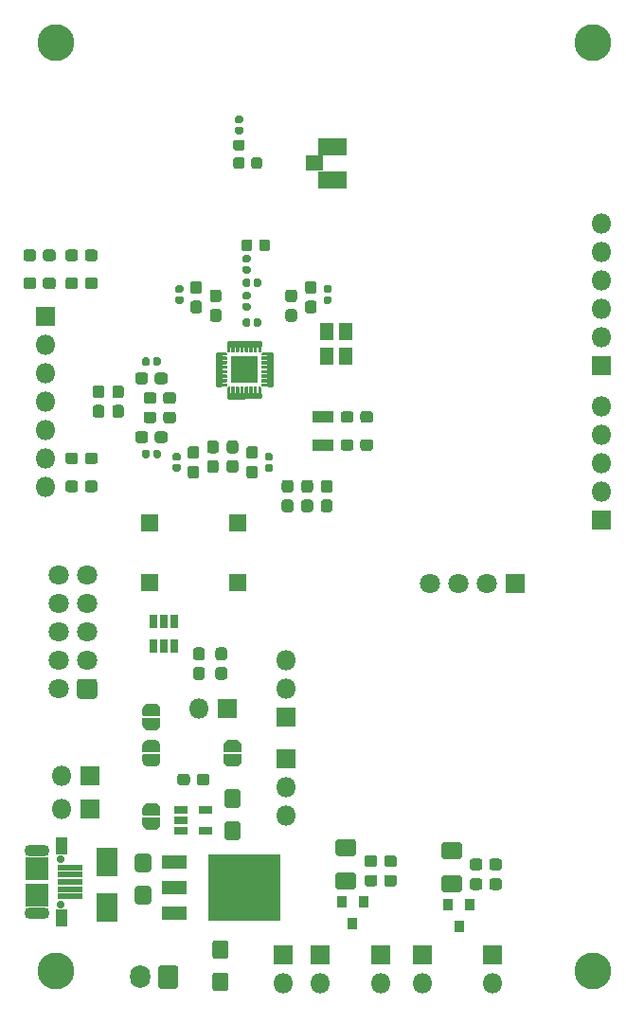
<source format=gbr>
%TF.GenerationSoftware,KiCad,Pcbnew,(5.1.6)-1*%
%TF.CreationDate,2020-11-01T11:06:05+05:30*%
%TF.ProjectId,PZYEMD011,505a5945-4d44-4303-9131-2e6b69636164,rev?*%
%TF.SameCoordinates,Original*%
%TF.FileFunction,Soldermask,Top*%
%TF.FilePolarity,Negative*%
%FSLAX46Y46*%
G04 Gerber Fmt 4.6, Leading zero omitted, Abs format (unit mm)*
G04 Created by KiCad (PCBNEW (5.1.6)-1) date 2020-11-01 11:06:05*
%MOMM*%
%LPD*%
G01*
G04 APERTURE LIST*
%ADD10R,1.800000X1.800000*%
%ADD11O,1.800000X1.800000*%
%ADD12C,0.100000*%
%ADD13R,2.400000X2.400000*%
%ADD14C,3.300000*%
%ADD15R,0.750000X1.160000*%
%ADD16C,1.800000*%
%ADD17R,2.650000X1.500000*%
%ADD18R,1.500000X1.450000*%
%ADD19R,1.600000X1.600000*%
%ADD20R,1.160000X0.750000*%
%ADD21R,1.900000X1.100000*%
%ADD22R,1.300000X1.500000*%
%ADD23O,1.800000X2.100000*%
%ADD24R,2.300000X1.300000*%
%ADD25R,6.500000X5.900000*%
%ADD26R,0.900000X1.000000*%
%ADD27R,1.900000X2.600000*%
%ADD28R,2.000000X2.000000*%
%ADD29C,0.700000*%
%ADD30R,2.200000X0.500000*%
%ADD31O,2.250000X1.100000*%
%ADD32R,1.100000X1.500000*%
%ADD33C,0.254000*%
G04 APERTURE END LIST*
D10*
%TO.C,J9*%
X132500000Y-130000000D03*
D11*
X132500000Y-132540000D03*
%TD*%
D10*
%TO.C,J11*%
X117050000Y-130000000D03*
D11*
X117050000Y-132540000D03*
%TD*%
D12*
%TO.C,JP3*%
G36*
X102799398Y-112656111D02*
G01*
X102799398Y-112674534D01*
X102799157Y-112679435D01*
X102794347Y-112728266D01*
X102793627Y-112733119D01*
X102784055Y-112781244D01*
X102782863Y-112786005D01*
X102768619Y-112832960D01*
X102766966Y-112837579D01*
X102748189Y-112882912D01*
X102746091Y-112887349D01*
X102722960Y-112930622D01*
X102720438Y-112934829D01*
X102693178Y-112975628D01*
X102690254Y-112979570D01*
X102659126Y-113017499D01*
X102655831Y-113021134D01*
X102621134Y-113055831D01*
X102617499Y-113059126D01*
X102579570Y-113090254D01*
X102575628Y-113093178D01*
X102534829Y-113120438D01*
X102530622Y-113122960D01*
X102487349Y-113146091D01*
X102482912Y-113148189D01*
X102437579Y-113166966D01*
X102432960Y-113168619D01*
X102386005Y-113182863D01*
X102381244Y-113184055D01*
X102333119Y-113193627D01*
X102328266Y-113194347D01*
X102279435Y-113199157D01*
X102274534Y-113199398D01*
X102256111Y-113199398D01*
X102250000Y-113200000D01*
X101750000Y-113200000D01*
X101743889Y-113199398D01*
X101725466Y-113199398D01*
X101720565Y-113199157D01*
X101671734Y-113194347D01*
X101666881Y-113193627D01*
X101618756Y-113184055D01*
X101613995Y-113182863D01*
X101567040Y-113168619D01*
X101562421Y-113166966D01*
X101517088Y-113148189D01*
X101512651Y-113146091D01*
X101469378Y-113122960D01*
X101465171Y-113120438D01*
X101424372Y-113093178D01*
X101420430Y-113090254D01*
X101382501Y-113059126D01*
X101378866Y-113055831D01*
X101344169Y-113021134D01*
X101340874Y-113017499D01*
X101309746Y-112979570D01*
X101306822Y-112975628D01*
X101279562Y-112934829D01*
X101277040Y-112930622D01*
X101253909Y-112887349D01*
X101251811Y-112882912D01*
X101233034Y-112837579D01*
X101231381Y-112832960D01*
X101217137Y-112786005D01*
X101215945Y-112781244D01*
X101206373Y-112733119D01*
X101205653Y-112728266D01*
X101200843Y-112679435D01*
X101200602Y-112674534D01*
X101200602Y-112656111D01*
X101200000Y-112650000D01*
X101200000Y-112150000D01*
X101200961Y-112140245D01*
X101203806Y-112130866D01*
X101208427Y-112122221D01*
X101214645Y-112114645D01*
X101222221Y-112108427D01*
X101230866Y-112103806D01*
X101240245Y-112100961D01*
X101250000Y-112100000D01*
X102750000Y-112100000D01*
X102759755Y-112100961D01*
X102769134Y-112103806D01*
X102777779Y-112108427D01*
X102785355Y-112114645D01*
X102791573Y-112122221D01*
X102796194Y-112130866D01*
X102799039Y-112140245D01*
X102800000Y-112150000D01*
X102800000Y-112650000D01*
X102799398Y-112656111D01*
G37*
G36*
X102799039Y-111859755D02*
G01*
X102796194Y-111869134D01*
X102791573Y-111877779D01*
X102785355Y-111885355D01*
X102777779Y-111891573D01*
X102769134Y-111896194D01*
X102759755Y-111899039D01*
X102750000Y-111900000D01*
X101250000Y-111900000D01*
X101240245Y-111899039D01*
X101230866Y-111896194D01*
X101222221Y-111891573D01*
X101214645Y-111885355D01*
X101208427Y-111877779D01*
X101203806Y-111869134D01*
X101200961Y-111859755D01*
X101200000Y-111850000D01*
X101200000Y-111350000D01*
X101200602Y-111343889D01*
X101200602Y-111325466D01*
X101200843Y-111320565D01*
X101205653Y-111271734D01*
X101206373Y-111266881D01*
X101215945Y-111218756D01*
X101217137Y-111213995D01*
X101231381Y-111167040D01*
X101233034Y-111162421D01*
X101251811Y-111117088D01*
X101253909Y-111112651D01*
X101277040Y-111069378D01*
X101279562Y-111065171D01*
X101306822Y-111024372D01*
X101309746Y-111020430D01*
X101340874Y-110982501D01*
X101344169Y-110978866D01*
X101378866Y-110944169D01*
X101382501Y-110940874D01*
X101420430Y-110909746D01*
X101424372Y-110906822D01*
X101465171Y-110879562D01*
X101469378Y-110877040D01*
X101512651Y-110853909D01*
X101517088Y-110851811D01*
X101562421Y-110833034D01*
X101567040Y-110831381D01*
X101613995Y-110817137D01*
X101618756Y-110815945D01*
X101666881Y-110806373D01*
X101671734Y-110805653D01*
X101720565Y-110800843D01*
X101725466Y-110800602D01*
X101743889Y-110800602D01*
X101750000Y-110800000D01*
X102250000Y-110800000D01*
X102256111Y-110800602D01*
X102274534Y-110800602D01*
X102279435Y-110800843D01*
X102328266Y-110805653D01*
X102333119Y-110806373D01*
X102381244Y-110815945D01*
X102386005Y-110817137D01*
X102432960Y-110831381D01*
X102437579Y-110833034D01*
X102482912Y-110851811D01*
X102487349Y-110853909D01*
X102530622Y-110877040D01*
X102534829Y-110879562D01*
X102575628Y-110906822D01*
X102579570Y-110909746D01*
X102617499Y-110940874D01*
X102621134Y-110944169D01*
X102655831Y-110978866D01*
X102659126Y-110982501D01*
X102690254Y-111020430D01*
X102693178Y-111024372D01*
X102720438Y-111065171D01*
X102722960Y-111069378D01*
X102746091Y-111112651D01*
X102748189Y-111117088D01*
X102766966Y-111162421D01*
X102768619Y-111167040D01*
X102782863Y-111213995D01*
X102784055Y-111218756D01*
X102793627Y-111266881D01*
X102794347Y-111271734D01*
X102799157Y-111320565D01*
X102799398Y-111325466D01*
X102799398Y-111343889D01*
X102800000Y-111350000D01*
X102800000Y-111850000D01*
X102799039Y-111859755D01*
G37*
%TD*%
D11*
%TO.C,J14*%
X93960000Y-114000000D03*
D10*
X96500000Y-114000000D03*
%TD*%
%TO.C,R14*%
G36*
G01*
X97200000Y-87887500D02*
X97200000Y-88412500D01*
G75*
G02*
X96937500Y-88675000I-262500J0D01*
G01*
X96312500Y-88675000D01*
G75*
G02*
X96050000Y-88412500I0J262500D01*
G01*
X96050000Y-87887500D01*
G75*
G02*
X96312500Y-87625000I262500J0D01*
G01*
X96937500Y-87625000D01*
G75*
G02*
X97200000Y-87887500I0J-262500D01*
G01*
G37*
G36*
G01*
X95450000Y-87887500D02*
X95450000Y-88412500D01*
G75*
G02*
X95187500Y-88675000I-262500J0D01*
G01*
X94562500Y-88675000D01*
G75*
G02*
X94300000Y-88412500I0J262500D01*
G01*
X94300000Y-87887500D01*
G75*
G02*
X94562500Y-87625000I262500J0D01*
G01*
X95187500Y-87625000D01*
G75*
G02*
X95450000Y-87887500I0J-262500D01*
G01*
G37*
%TD*%
%TO.C,R15*%
G36*
G01*
X95450000Y-85387500D02*
X95450000Y-85912500D01*
G75*
G02*
X95187500Y-86175000I-262500J0D01*
G01*
X94562500Y-86175000D01*
G75*
G02*
X94300000Y-85912500I0J262500D01*
G01*
X94300000Y-85387500D01*
G75*
G02*
X94562500Y-85125000I262500J0D01*
G01*
X95187500Y-85125000D01*
G75*
G02*
X95450000Y-85387500I0J-262500D01*
G01*
G37*
G36*
G01*
X97200000Y-85387500D02*
X97200000Y-85912500D01*
G75*
G02*
X96937500Y-86175000I-262500J0D01*
G01*
X96312500Y-86175000D01*
G75*
G02*
X96050000Y-85912500I0J262500D01*
G01*
X96050000Y-85387500D01*
G75*
G02*
X96312500Y-85125000I262500J0D01*
G01*
X96937500Y-85125000D01*
G75*
G02*
X97200000Y-85387500I0J-262500D01*
G01*
G37*
%TD*%
D12*
%TO.C,U2*%
G36*
X111965809Y-79249759D02*
G01*
X111956054Y-79248798D01*
X111946442Y-79246886D01*
X111937063Y-79244041D01*
X111928007Y-79240290D01*
X111919362Y-79235669D01*
X111911211Y-79230222D01*
X111903635Y-79224004D01*
X111900001Y-79220710D01*
X111829290Y-79149999D01*
X111825996Y-79146365D01*
X111819778Y-79138789D01*
X111814331Y-79130638D01*
X111809710Y-79121993D01*
X111805959Y-79112937D01*
X111803114Y-79103558D01*
X111801202Y-79093946D01*
X111800241Y-79084191D01*
X111800000Y-79079289D01*
X111800000Y-79050000D01*
X111800241Y-79045098D01*
X111801202Y-79035343D01*
X111803114Y-79025731D01*
X111805959Y-79016352D01*
X111809710Y-79007296D01*
X111814331Y-78998651D01*
X111819778Y-78990500D01*
X111825996Y-78982924D01*
X111832924Y-78975996D01*
X111840500Y-78969778D01*
X111848651Y-78964331D01*
X111857296Y-78959710D01*
X111866352Y-78955959D01*
X111875731Y-78953114D01*
X111885343Y-78951202D01*
X111895098Y-78950241D01*
X111900000Y-78950000D01*
X112600000Y-78950000D01*
X112604902Y-78950241D01*
X112614657Y-78951202D01*
X112624269Y-78953114D01*
X112633648Y-78955959D01*
X112642704Y-78959710D01*
X112651349Y-78964331D01*
X112659500Y-78969778D01*
X112667076Y-78975996D01*
X112674004Y-78982924D01*
X112680222Y-78990500D01*
X112685669Y-78998651D01*
X112690290Y-79007296D01*
X112694041Y-79016352D01*
X112696886Y-79025731D01*
X112698798Y-79035343D01*
X112699759Y-79045098D01*
X112700000Y-79050000D01*
X112700000Y-79150000D01*
X112699759Y-79154902D01*
X112698798Y-79164657D01*
X112696886Y-79174269D01*
X112694041Y-79183648D01*
X112690290Y-79192704D01*
X112685669Y-79201349D01*
X112680222Y-79209500D01*
X112674004Y-79217076D01*
X112667076Y-79224004D01*
X112659500Y-79230222D01*
X112651349Y-79235669D01*
X112642704Y-79240290D01*
X112633648Y-79244041D01*
X112624269Y-79246886D01*
X112614657Y-79248798D01*
X112604902Y-79249759D01*
X112600000Y-79250000D01*
X111970711Y-79250000D01*
X111965809Y-79249759D01*
G37*
G36*
G01*
X112700000Y-78625000D02*
X112700000Y-78775000D01*
G75*
G02*
X112625000Y-78850000I-75000J0D01*
G01*
X111875000Y-78850000D01*
G75*
G02*
X111800000Y-78775000I0J75000D01*
G01*
X111800000Y-78625000D01*
G75*
G02*
X111875000Y-78550000I75000J0D01*
G01*
X112625000Y-78550000D01*
G75*
G02*
X112700000Y-78625000I0J-75000D01*
G01*
G37*
G36*
G01*
X112700000Y-78225000D02*
X112700000Y-78375000D01*
G75*
G02*
X112625000Y-78450000I-75000J0D01*
G01*
X111875000Y-78450000D01*
G75*
G02*
X111800000Y-78375000I0J75000D01*
G01*
X111800000Y-78225000D01*
G75*
G02*
X111875000Y-78150000I75000J0D01*
G01*
X112625000Y-78150000D01*
G75*
G02*
X112700000Y-78225000I0J-75000D01*
G01*
G37*
G36*
G01*
X112700000Y-77825000D02*
X112700000Y-77975000D01*
G75*
G02*
X112625000Y-78050000I-75000J0D01*
G01*
X111875000Y-78050000D01*
G75*
G02*
X111800000Y-77975000I0J75000D01*
G01*
X111800000Y-77825000D01*
G75*
G02*
X111875000Y-77750000I75000J0D01*
G01*
X112625000Y-77750000D01*
G75*
G02*
X112700000Y-77825000I0J-75000D01*
G01*
G37*
G36*
G01*
X112700000Y-77425000D02*
X112700000Y-77575000D01*
G75*
G02*
X112625000Y-77650000I-75000J0D01*
G01*
X111875000Y-77650000D01*
G75*
G02*
X111800000Y-77575000I0J75000D01*
G01*
X111800000Y-77425000D01*
G75*
G02*
X111875000Y-77350000I75000J0D01*
G01*
X112625000Y-77350000D01*
G75*
G02*
X112700000Y-77425000I0J-75000D01*
G01*
G37*
G36*
G01*
X112700000Y-77025000D02*
X112700000Y-77175000D01*
G75*
G02*
X112625000Y-77250000I-75000J0D01*
G01*
X111875000Y-77250000D01*
G75*
G02*
X111800000Y-77175000I0J75000D01*
G01*
X111800000Y-77025000D01*
G75*
G02*
X111875000Y-76950000I75000J0D01*
G01*
X112625000Y-76950000D01*
G75*
G02*
X112700000Y-77025000I0J-75000D01*
G01*
G37*
G36*
G01*
X112700000Y-76625000D02*
X112700000Y-76775000D01*
G75*
G02*
X112625000Y-76850000I-75000J0D01*
G01*
X111875000Y-76850000D01*
G75*
G02*
X111800000Y-76775000I0J75000D01*
G01*
X111800000Y-76625000D01*
G75*
G02*
X111875000Y-76550000I75000J0D01*
G01*
X112625000Y-76550000D01*
G75*
G02*
X112700000Y-76625000I0J-75000D01*
G01*
G37*
G36*
X111895098Y-76449759D02*
G01*
X111885343Y-76448798D01*
X111875731Y-76446886D01*
X111866352Y-76444041D01*
X111857296Y-76440290D01*
X111848651Y-76435669D01*
X111840500Y-76430222D01*
X111832924Y-76424004D01*
X111825996Y-76417076D01*
X111819778Y-76409500D01*
X111814331Y-76401349D01*
X111809710Y-76392704D01*
X111805959Y-76383648D01*
X111803114Y-76374269D01*
X111801202Y-76364657D01*
X111800241Y-76354902D01*
X111800000Y-76350000D01*
X111800000Y-76320711D01*
X111800241Y-76315809D01*
X111801202Y-76306054D01*
X111803114Y-76296442D01*
X111805959Y-76287063D01*
X111809710Y-76278007D01*
X111814331Y-76269362D01*
X111819778Y-76261211D01*
X111825996Y-76253635D01*
X111829290Y-76250001D01*
X111900001Y-76179290D01*
X111903635Y-76175996D01*
X111911211Y-76169778D01*
X111919362Y-76164331D01*
X111928007Y-76159710D01*
X111937063Y-76155959D01*
X111946442Y-76153114D01*
X111956054Y-76151202D01*
X111965809Y-76150241D01*
X111970711Y-76150000D01*
X112600000Y-76150000D01*
X112604902Y-76150241D01*
X112614657Y-76151202D01*
X112624269Y-76153114D01*
X112633648Y-76155959D01*
X112642704Y-76159710D01*
X112651349Y-76164331D01*
X112659500Y-76169778D01*
X112667076Y-76175996D01*
X112674004Y-76182924D01*
X112680222Y-76190500D01*
X112685669Y-76198651D01*
X112690290Y-76207296D01*
X112694041Y-76216352D01*
X112696886Y-76225731D01*
X112698798Y-76235343D01*
X112699759Y-76245098D01*
X112700000Y-76250000D01*
X112700000Y-76350000D01*
X112699759Y-76354902D01*
X112698798Y-76364657D01*
X112696886Y-76374269D01*
X112694041Y-76383648D01*
X112690290Y-76392704D01*
X112685669Y-76401349D01*
X112680222Y-76409500D01*
X112674004Y-76417076D01*
X112667076Y-76424004D01*
X112659500Y-76430222D01*
X112651349Y-76435669D01*
X112642704Y-76440290D01*
X112633648Y-76444041D01*
X112624269Y-76446886D01*
X112614657Y-76448798D01*
X112604902Y-76449759D01*
X112600000Y-76450000D01*
X111900000Y-76450000D01*
X111895098Y-76449759D01*
G37*
G36*
X111645098Y-76199759D02*
G01*
X111635343Y-76198798D01*
X111625731Y-76196886D01*
X111616352Y-76194041D01*
X111607296Y-76190290D01*
X111598651Y-76185669D01*
X111590500Y-76180222D01*
X111582924Y-76174004D01*
X111575996Y-76167076D01*
X111569778Y-76159500D01*
X111564331Y-76151349D01*
X111559710Y-76142704D01*
X111555959Y-76133648D01*
X111553114Y-76124269D01*
X111551202Y-76114657D01*
X111550241Y-76104902D01*
X111550000Y-76100000D01*
X111550000Y-75400000D01*
X111550241Y-75395098D01*
X111551202Y-75385343D01*
X111553114Y-75375731D01*
X111555959Y-75366352D01*
X111559710Y-75357296D01*
X111564331Y-75348651D01*
X111569778Y-75340500D01*
X111575996Y-75332924D01*
X111582924Y-75325996D01*
X111590500Y-75319778D01*
X111598651Y-75314331D01*
X111607296Y-75309710D01*
X111616352Y-75305959D01*
X111625731Y-75303114D01*
X111635343Y-75301202D01*
X111645098Y-75300241D01*
X111650000Y-75300000D01*
X111750000Y-75300000D01*
X111754902Y-75300241D01*
X111764657Y-75301202D01*
X111774269Y-75303114D01*
X111783648Y-75305959D01*
X111792704Y-75309710D01*
X111801349Y-75314331D01*
X111809500Y-75319778D01*
X111817076Y-75325996D01*
X111824004Y-75332924D01*
X111830222Y-75340500D01*
X111835669Y-75348651D01*
X111840290Y-75357296D01*
X111844041Y-75366352D01*
X111846886Y-75375731D01*
X111848798Y-75385343D01*
X111849759Y-75395098D01*
X111850000Y-75400000D01*
X111850000Y-76029289D01*
X111849759Y-76034191D01*
X111848798Y-76043946D01*
X111846886Y-76053558D01*
X111844041Y-76062937D01*
X111840290Y-76071993D01*
X111835669Y-76080638D01*
X111830222Y-76088789D01*
X111824004Y-76096365D01*
X111820710Y-76099999D01*
X111749999Y-76170710D01*
X111746365Y-76174004D01*
X111738789Y-76180222D01*
X111730638Y-76185669D01*
X111721993Y-76190290D01*
X111712937Y-76194041D01*
X111703558Y-76196886D01*
X111693946Y-76198798D01*
X111684191Y-76199759D01*
X111679289Y-76200000D01*
X111650000Y-76200000D01*
X111645098Y-76199759D01*
G37*
G36*
G01*
X111450000Y-75375000D02*
X111450000Y-76125000D01*
G75*
G02*
X111375000Y-76200000I-75000J0D01*
G01*
X111225000Y-76200000D01*
G75*
G02*
X111150000Y-76125000I0J75000D01*
G01*
X111150000Y-75375000D01*
G75*
G02*
X111225000Y-75300000I75000J0D01*
G01*
X111375000Y-75300000D01*
G75*
G02*
X111450000Y-75375000I0J-75000D01*
G01*
G37*
G36*
G01*
X111050000Y-75375000D02*
X111050000Y-76125000D01*
G75*
G02*
X110975000Y-76200000I-75000J0D01*
G01*
X110825000Y-76200000D01*
G75*
G02*
X110750000Y-76125000I0J75000D01*
G01*
X110750000Y-75375000D01*
G75*
G02*
X110825000Y-75300000I75000J0D01*
G01*
X110975000Y-75300000D01*
G75*
G02*
X111050000Y-75375000I0J-75000D01*
G01*
G37*
G36*
G01*
X110650000Y-75375000D02*
X110650000Y-76125000D01*
G75*
G02*
X110575000Y-76200000I-75000J0D01*
G01*
X110425000Y-76200000D01*
G75*
G02*
X110350000Y-76125000I0J75000D01*
G01*
X110350000Y-75375000D01*
G75*
G02*
X110425000Y-75300000I75000J0D01*
G01*
X110575000Y-75300000D01*
G75*
G02*
X110650000Y-75375000I0J-75000D01*
G01*
G37*
G36*
G01*
X110250000Y-75375000D02*
X110250000Y-76125000D01*
G75*
G02*
X110175000Y-76200000I-75000J0D01*
G01*
X110025000Y-76200000D01*
G75*
G02*
X109950000Y-76125000I0J75000D01*
G01*
X109950000Y-75375000D01*
G75*
G02*
X110025000Y-75300000I75000J0D01*
G01*
X110175000Y-75300000D01*
G75*
G02*
X110250000Y-75375000I0J-75000D01*
G01*
G37*
G36*
G01*
X109850000Y-75375000D02*
X109850000Y-76125000D01*
G75*
G02*
X109775000Y-76200000I-75000J0D01*
G01*
X109625000Y-76200000D01*
G75*
G02*
X109550000Y-76125000I0J75000D01*
G01*
X109550000Y-75375000D01*
G75*
G02*
X109625000Y-75300000I75000J0D01*
G01*
X109775000Y-75300000D01*
G75*
G02*
X109850000Y-75375000I0J-75000D01*
G01*
G37*
G36*
G01*
X109450000Y-75375000D02*
X109450000Y-76125000D01*
G75*
G02*
X109375000Y-76200000I-75000J0D01*
G01*
X109225000Y-76200000D01*
G75*
G02*
X109150000Y-76125000I0J75000D01*
G01*
X109150000Y-75375000D01*
G75*
G02*
X109225000Y-75300000I75000J0D01*
G01*
X109375000Y-75300000D01*
G75*
G02*
X109450000Y-75375000I0J-75000D01*
G01*
G37*
G36*
X108915809Y-76199759D02*
G01*
X108906054Y-76198798D01*
X108896442Y-76196886D01*
X108887063Y-76194041D01*
X108878007Y-76190290D01*
X108869362Y-76185669D01*
X108861211Y-76180222D01*
X108853635Y-76174004D01*
X108850001Y-76170710D01*
X108779290Y-76099999D01*
X108775996Y-76096365D01*
X108769778Y-76088789D01*
X108764331Y-76080638D01*
X108759710Y-76071993D01*
X108755959Y-76062937D01*
X108753114Y-76053558D01*
X108751202Y-76043946D01*
X108750241Y-76034191D01*
X108750000Y-76029289D01*
X108750000Y-75400000D01*
X108750241Y-75395098D01*
X108751202Y-75385343D01*
X108753114Y-75375731D01*
X108755959Y-75366352D01*
X108759710Y-75357296D01*
X108764331Y-75348651D01*
X108769778Y-75340500D01*
X108775996Y-75332924D01*
X108782924Y-75325996D01*
X108790500Y-75319778D01*
X108798651Y-75314331D01*
X108807296Y-75309710D01*
X108816352Y-75305959D01*
X108825731Y-75303114D01*
X108835343Y-75301202D01*
X108845098Y-75300241D01*
X108850000Y-75300000D01*
X108950000Y-75300000D01*
X108954902Y-75300241D01*
X108964657Y-75301202D01*
X108974269Y-75303114D01*
X108983648Y-75305959D01*
X108992704Y-75309710D01*
X109001349Y-75314331D01*
X109009500Y-75319778D01*
X109017076Y-75325996D01*
X109024004Y-75332924D01*
X109030222Y-75340500D01*
X109035669Y-75348651D01*
X109040290Y-75357296D01*
X109044041Y-75366352D01*
X109046886Y-75375731D01*
X109048798Y-75385343D01*
X109049759Y-75395098D01*
X109050000Y-75400000D01*
X109050000Y-76100000D01*
X109049759Y-76104902D01*
X109048798Y-76114657D01*
X109046886Y-76124269D01*
X109044041Y-76133648D01*
X109040290Y-76142704D01*
X109035669Y-76151349D01*
X109030222Y-76159500D01*
X109024004Y-76167076D01*
X109017076Y-76174004D01*
X109009500Y-76180222D01*
X109001349Y-76185669D01*
X108992704Y-76190290D01*
X108983648Y-76194041D01*
X108974269Y-76196886D01*
X108964657Y-76198798D01*
X108954902Y-76199759D01*
X108950000Y-76200000D01*
X108920711Y-76200000D01*
X108915809Y-76199759D01*
G37*
G36*
X107995098Y-76449759D02*
G01*
X107985343Y-76448798D01*
X107975731Y-76446886D01*
X107966352Y-76444041D01*
X107957296Y-76440290D01*
X107948651Y-76435669D01*
X107940500Y-76430222D01*
X107932924Y-76424004D01*
X107925996Y-76417076D01*
X107919778Y-76409500D01*
X107914331Y-76401349D01*
X107909710Y-76392704D01*
X107905959Y-76383648D01*
X107903114Y-76374269D01*
X107901202Y-76364657D01*
X107900241Y-76354902D01*
X107900000Y-76350000D01*
X107900000Y-76250000D01*
X107900241Y-76245098D01*
X107901202Y-76235343D01*
X107903114Y-76225731D01*
X107905959Y-76216352D01*
X107909710Y-76207296D01*
X107914331Y-76198651D01*
X107919778Y-76190500D01*
X107925996Y-76182924D01*
X107932924Y-76175996D01*
X107940500Y-76169778D01*
X107948651Y-76164331D01*
X107957296Y-76159710D01*
X107966352Y-76155959D01*
X107975731Y-76153114D01*
X107985343Y-76151202D01*
X107995098Y-76150241D01*
X108000000Y-76150000D01*
X108629289Y-76150000D01*
X108634191Y-76150241D01*
X108643946Y-76151202D01*
X108653558Y-76153114D01*
X108662937Y-76155959D01*
X108671993Y-76159710D01*
X108680638Y-76164331D01*
X108688789Y-76169778D01*
X108696365Y-76175996D01*
X108699999Y-76179290D01*
X108770710Y-76250001D01*
X108774004Y-76253635D01*
X108780222Y-76261211D01*
X108785669Y-76269362D01*
X108790290Y-76278007D01*
X108794041Y-76287063D01*
X108796886Y-76296442D01*
X108798798Y-76306054D01*
X108799759Y-76315809D01*
X108800000Y-76320711D01*
X108800000Y-76350000D01*
X108799759Y-76354902D01*
X108798798Y-76364657D01*
X108796886Y-76374269D01*
X108794041Y-76383648D01*
X108790290Y-76392704D01*
X108785669Y-76401349D01*
X108780222Y-76409500D01*
X108774004Y-76417076D01*
X108767076Y-76424004D01*
X108759500Y-76430222D01*
X108751349Y-76435669D01*
X108742704Y-76440290D01*
X108733648Y-76444041D01*
X108724269Y-76446886D01*
X108714657Y-76448798D01*
X108704902Y-76449759D01*
X108700000Y-76450000D01*
X108000000Y-76450000D01*
X107995098Y-76449759D01*
G37*
G36*
G01*
X108800000Y-76625000D02*
X108800000Y-76775000D01*
G75*
G02*
X108725000Y-76850000I-75000J0D01*
G01*
X107975000Y-76850000D01*
G75*
G02*
X107900000Y-76775000I0J75000D01*
G01*
X107900000Y-76625000D01*
G75*
G02*
X107975000Y-76550000I75000J0D01*
G01*
X108725000Y-76550000D01*
G75*
G02*
X108800000Y-76625000I0J-75000D01*
G01*
G37*
G36*
G01*
X108800000Y-77025000D02*
X108800000Y-77175000D01*
G75*
G02*
X108725000Y-77250000I-75000J0D01*
G01*
X107975000Y-77250000D01*
G75*
G02*
X107900000Y-77175000I0J75000D01*
G01*
X107900000Y-77025000D01*
G75*
G02*
X107975000Y-76950000I75000J0D01*
G01*
X108725000Y-76950000D01*
G75*
G02*
X108800000Y-77025000I0J-75000D01*
G01*
G37*
G36*
G01*
X108800000Y-77425000D02*
X108800000Y-77575000D01*
G75*
G02*
X108725000Y-77650000I-75000J0D01*
G01*
X107975000Y-77650000D01*
G75*
G02*
X107900000Y-77575000I0J75000D01*
G01*
X107900000Y-77425000D01*
G75*
G02*
X107975000Y-77350000I75000J0D01*
G01*
X108725000Y-77350000D01*
G75*
G02*
X108800000Y-77425000I0J-75000D01*
G01*
G37*
G36*
G01*
X108800000Y-77825000D02*
X108800000Y-77975000D01*
G75*
G02*
X108725000Y-78050000I-75000J0D01*
G01*
X107975000Y-78050000D01*
G75*
G02*
X107900000Y-77975000I0J75000D01*
G01*
X107900000Y-77825000D01*
G75*
G02*
X107975000Y-77750000I75000J0D01*
G01*
X108725000Y-77750000D01*
G75*
G02*
X108800000Y-77825000I0J-75000D01*
G01*
G37*
G36*
G01*
X108800000Y-78225000D02*
X108800000Y-78375000D01*
G75*
G02*
X108725000Y-78450000I-75000J0D01*
G01*
X107975000Y-78450000D01*
G75*
G02*
X107900000Y-78375000I0J75000D01*
G01*
X107900000Y-78225000D01*
G75*
G02*
X107975000Y-78150000I75000J0D01*
G01*
X108725000Y-78150000D01*
G75*
G02*
X108800000Y-78225000I0J-75000D01*
G01*
G37*
G36*
G01*
X108800000Y-78625000D02*
X108800000Y-78775000D01*
G75*
G02*
X108725000Y-78850000I-75000J0D01*
G01*
X107975000Y-78850000D01*
G75*
G02*
X107900000Y-78775000I0J75000D01*
G01*
X107900000Y-78625000D01*
G75*
G02*
X107975000Y-78550000I75000J0D01*
G01*
X108725000Y-78550000D01*
G75*
G02*
X108800000Y-78625000I0J-75000D01*
G01*
G37*
G36*
X107995098Y-79249759D02*
G01*
X107985343Y-79248798D01*
X107975731Y-79246886D01*
X107966352Y-79244041D01*
X107957296Y-79240290D01*
X107948651Y-79235669D01*
X107940500Y-79230222D01*
X107932924Y-79224004D01*
X107925996Y-79217076D01*
X107919778Y-79209500D01*
X107914331Y-79201349D01*
X107909710Y-79192704D01*
X107905959Y-79183648D01*
X107903114Y-79174269D01*
X107901202Y-79164657D01*
X107900241Y-79154902D01*
X107900000Y-79150000D01*
X107900000Y-79050000D01*
X107900241Y-79045098D01*
X107901202Y-79035343D01*
X107903114Y-79025731D01*
X107905959Y-79016352D01*
X107909710Y-79007296D01*
X107914331Y-78998651D01*
X107919778Y-78990500D01*
X107925996Y-78982924D01*
X107932924Y-78975996D01*
X107940500Y-78969778D01*
X107948651Y-78964331D01*
X107957296Y-78959710D01*
X107966352Y-78955959D01*
X107975731Y-78953114D01*
X107985343Y-78951202D01*
X107995098Y-78950241D01*
X108000000Y-78950000D01*
X108700000Y-78950000D01*
X108704902Y-78950241D01*
X108714657Y-78951202D01*
X108724269Y-78953114D01*
X108733648Y-78955959D01*
X108742704Y-78959710D01*
X108751349Y-78964331D01*
X108759500Y-78969778D01*
X108767076Y-78975996D01*
X108774004Y-78982924D01*
X108780222Y-78990500D01*
X108785669Y-78998651D01*
X108790290Y-79007296D01*
X108794041Y-79016352D01*
X108796886Y-79025731D01*
X108798798Y-79035343D01*
X108799759Y-79045098D01*
X108800000Y-79050000D01*
X108800000Y-79079289D01*
X108799759Y-79084191D01*
X108798798Y-79093946D01*
X108796886Y-79103558D01*
X108794041Y-79112937D01*
X108790290Y-79121993D01*
X108785669Y-79130638D01*
X108780222Y-79138789D01*
X108774004Y-79146365D01*
X108770710Y-79149999D01*
X108699999Y-79220710D01*
X108696365Y-79224004D01*
X108688789Y-79230222D01*
X108680638Y-79235669D01*
X108671993Y-79240290D01*
X108662937Y-79244041D01*
X108653558Y-79246886D01*
X108643946Y-79248798D01*
X108634191Y-79249759D01*
X108629289Y-79250000D01*
X108000000Y-79250000D01*
X107995098Y-79249759D01*
G37*
G36*
X108845098Y-80099759D02*
G01*
X108835343Y-80098798D01*
X108825731Y-80096886D01*
X108816352Y-80094041D01*
X108807296Y-80090290D01*
X108798651Y-80085669D01*
X108790500Y-80080222D01*
X108782924Y-80074004D01*
X108775996Y-80067076D01*
X108769778Y-80059500D01*
X108764331Y-80051349D01*
X108759710Y-80042704D01*
X108755959Y-80033648D01*
X108753114Y-80024269D01*
X108751202Y-80014657D01*
X108750241Y-80004902D01*
X108750000Y-80000000D01*
X108750000Y-79370711D01*
X108750241Y-79365809D01*
X108751202Y-79356054D01*
X108753114Y-79346442D01*
X108755959Y-79337063D01*
X108759710Y-79328007D01*
X108764331Y-79319362D01*
X108769778Y-79311211D01*
X108775996Y-79303635D01*
X108779290Y-79300001D01*
X108850001Y-79229290D01*
X108853635Y-79225996D01*
X108861211Y-79219778D01*
X108869362Y-79214331D01*
X108878007Y-79209710D01*
X108887063Y-79205959D01*
X108896442Y-79203114D01*
X108906054Y-79201202D01*
X108915809Y-79200241D01*
X108920711Y-79200000D01*
X108950000Y-79200000D01*
X108954902Y-79200241D01*
X108964657Y-79201202D01*
X108974269Y-79203114D01*
X108983648Y-79205959D01*
X108992704Y-79209710D01*
X109001349Y-79214331D01*
X109009500Y-79219778D01*
X109017076Y-79225996D01*
X109024004Y-79232924D01*
X109030222Y-79240500D01*
X109035669Y-79248651D01*
X109040290Y-79257296D01*
X109044041Y-79266352D01*
X109046886Y-79275731D01*
X109048798Y-79285343D01*
X109049759Y-79295098D01*
X109050000Y-79300000D01*
X109050000Y-80000000D01*
X109049759Y-80004902D01*
X109048798Y-80014657D01*
X109046886Y-80024269D01*
X109044041Y-80033648D01*
X109040290Y-80042704D01*
X109035669Y-80051349D01*
X109030222Y-80059500D01*
X109024004Y-80067076D01*
X109017076Y-80074004D01*
X109009500Y-80080222D01*
X109001349Y-80085669D01*
X108992704Y-80090290D01*
X108983648Y-80094041D01*
X108974269Y-80096886D01*
X108964657Y-80098798D01*
X108954902Y-80099759D01*
X108950000Y-80100000D01*
X108850000Y-80100000D01*
X108845098Y-80099759D01*
G37*
G36*
G01*
X109450000Y-79275000D02*
X109450000Y-80025000D01*
G75*
G02*
X109375000Y-80100000I-75000J0D01*
G01*
X109225000Y-80100000D01*
G75*
G02*
X109150000Y-80025000I0J75000D01*
G01*
X109150000Y-79275000D01*
G75*
G02*
X109225000Y-79200000I75000J0D01*
G01*
X109375000Y-79200000D01*
G75*
G02*
X109450000Y-79275000I0J-75000D01*
G01*
G37*
G36*
G01*
X109850000Y-79275000D02*
X109850000Y-80025000D01*
G75*
G02*
X109775000Y-80100000I-75000J0D01*
G01*
X109625000Y-80100000D01*
G75*
G02*
X109550000Y-80025000I0J75000D01*
G01*
X109550000Y-79275000D01*
G75*
G02*
X109625000Y-79200000I75000J0D01*
G01*
X109775000Y-79200000D01*
G75*
G02*
X109850000Y-79275000I0J-75000D01*
G01*
G37*
G36*
G01*
X110250000Y-79275000D02*
X110250000Y-80025000D01*
G75*
G02*
X110175000Y-80100000I-75000J0D01*
G01*
X110025000Y-80100000D01*
G75*
G02*
X109950000Y-80025000I0J75000D01*
G01*
X109950000Y-79275000D01*
G75*
G02*
X110025000Y-79200000I75000J0D01*
G01*
X110175000Y-79200000D01*
G75*
G02*
X110250000Y-79275000I0J-75000D01*
G01*
G37*
G36*
G01*
X110650000Y-79275000D02*
X110650000Y-80025000D01*
G75*
G02*
X110575000Y-80100000I-75000J0D01*
G01*
X110425000Y-80100000D01*
G75*
G02*
X110350000Y-80025000I0J75000D01*
G01*
X110350000Y-79275000D01*
G75*
G02*
X110425000Y-79200000I75000J0D01*
G01*
X110575000Y-79200000D01*
G75*
G02*
X110650000Y-79275000I0J-75000D01*
G01*
G37*
G36*
G01*
X111050000Y-79275000D02*
X111050000Y-80025000D01*
G75*
G02*
X110975000Y-80100000I-75000J0D01*
G01*
X110825000Y-80100000D01*
G75*
G02*
X110750000Y-80025000I0J75000D01*
G01*
X110750000Y-79275000D01*
G75*
G02*
X110825000Y-79200000I75000J0D01*
G01*
X110975000Y-79200000D01*
G75*
G02*
X111050000Y-79275000I0J-75000D01*
G01*
G37*
G36*
G01*
X111450000Y-79275000D02*
X111450000Y-80025000D01*
G75*
G02*
X111375000Y-80100000I-75000J0D01*
G01*
X111225000Y-80100000D01*
G75*
G02*
X111150000Y-80025000I0J75000D01*
G01*
X111150000Y-79275000D01*
G75*
G02*
X111225000Y-79200000I75000J0D01*
G01*
X111375000Y-79200000D01*
G75*
G02*
X111450000Y-79275000I0J-75000D01*
G01*
G37*
G36*
X111645098Y-80099759D02*
G01*
X111635343Y-80098798D01*
X111625731Y-80096886D01*
X111616352Y-80094041D01*
X111607296Y-80090290D01*
X111598651Y-80085669D01*
X111590500Y-80080222D01*
X111582924Y-80074004D01*
X111575996Y-80067076D01*
X111569778Y-80059500D01*
X111564331Y-80051349D01*
X111559710Y-80042704D01*
X111555959Y-80033648D01*
X111553114Y-80024269D01*
X111551202Y-80014657D01*
X111550241Y-80004902D01*
X111550000Y-80000000D01*
X111550000Y-79300000D01*
X111550241Y-79295098D01*
X111551202Y-79285343D01*
X111553114Y-79275731D01*
X111555959Y-79266352D01*
X111559710Y-79257296D01*
X111564331Y-79248651D01*
X111569778Y-79240500D01*
X111575996Y-79232924D01*
X111582924Y-79225996D01*
X111590500Y-79219778D01*
X111598651Y-79214331D01*
X111607296Y-79209710D01*
X111616352Y-79205959D01*
X111625731Y-79203114D01*
X111635343Y-79201202D01*
X111645098Y-79200241D01*
X111650000Y-79200000D01*
X111679289Y-79200000D01*
X111684191Y-79200241D01*
X111693946Y-79201202D01*
X111703558Y-79203114D01*
X111712937Y-79205959D01*
X111721993Y-79209710D01*
X111730638Y-79214331D01*
X111738789Y-79219778D01*
X111746365Y-79225996D01*
X111749999Y-79229290D01*
X111820710Y-79300001D01*
X111824004Y-79303635D01*
X111830222Y-79311211D01*
X111835669Y-79319362D01*
X111840290Y-79328007D01*
X111844041Y-79337063D01*
X111846886Y-79346442D01*
X111848798Y-79356054D01*
X111849759Y-79365809D01*
X111850000Y-79370711D01*
X111850000Y-80000000D01*
X111849759Y-80004902D01*
X111848798Y-80014657D01*
X111846886Y-80024269D01*
X111844041Y-80033648D01*
X111840290Y-80042704D01*
X111835669Y-80051349D01*
X111830222Y-80059500D01*
X111824004Y-80067076D01*
X111817076Y-80074004D01*
X111809500Y-80080222D01*
X111801349Y-80085669D01*
X111792704Y-80090290D01*
X111783648Y-80094041D01*
X111774269Y-80096886D01*
X111764657Y-80098798D01*
X111754902Y-80099759D01*
X111750000Y-80100000D01*
X111650000Y-80100000D01*
X111645098Y-80099759D01*
G37*
D13*
X110300000Y-77700000D03*
%TD*%
D14*
%TO.C,MH3*%
X141500000Y-131500000D03*
%TD*%
%TO.C,MH2*%
X141500000Y-48500000D03*
%TD*%
%TO.C,MH4*%
X93500000Y-131500000D03*
%TD*%
%TO.C,MH1*%
X93500000Y-48500000D03*
%TD*%
D15*
%TO.C,D1*%
X104075000Y-100225000D03*
X103125000Y-100225000D03*
X102175000Y-100225000D03*
X102175000Y-102425000D03*
X104075000Y-102425000D03*
X103125000Y-102425000D03*
%TD*%
D16*
%TO.C,J10*%
X126940000Y-96800000D03*
X129480000Y-96800000D03*
X132020000Y-96800000D03*
D10*
X134560000Y-96800000D03*
%TD*%
%TO.C,J1*%
X142250000Y-91160000D03*
D11*
X142250000Y-88620000D03*
X142250000Y-86080000D03*
X142250000Y-83540000D03*
X142250000Y-81000000D03*
%TD*%
D17*
%TO.C,J6*%
X118150000Y-57775000D03*
X118150000Y-60725000D03*
D18*
X116600000Y-59250000D03*
%TD*%
%TO.C,R4*%
G36*
G01*
X98762500Y-80875000D02*
X99287500Y-80875000D01*
G75*
G02*
X99550000Y-81137500I0J-262500D01*
G01*
X99550000Y-81762500D01*
G75*
G02*
X99287500Y-82025000I-262500J0D01*
G01*
X98762500Y-82025000D01*
G75*
G02*
X98500000Y-81762500I0J262500D01*
G01*
X98500000Y-81137500D01*
G75*
G02*
X98762500Y-80875000I262500J0D01*
G01*
G37*
G36*
G01*
X98762500Y-79125000D02*
X99287500Y-79125000D01*
G75*
G02*
X99550000Y-79387500I0J-262500D01*
G01*
X99550000Y-80012500D01*
G75*
G02*
X99287500Y-80275000I-262500J0D01*
G01*
X98762500Y-80275000D01*
G75*
G02*
X98500000Y-80012500I0J262500D01*
G01*
X98500000Y-79387500D01*
G75*
G02*
X98762500Y-79125000I262500J0D01*
G01*
G37*
%TD*%
%TO.C,C14*%
G36*
G01*
X97537500Y-82025000D02*
X97012500Y-82025000D01*
G75*
G02*
X96750000Y-81762500I0J262500D01*
G01*
X96750000Y-81137500D01*
G75*
G02*
X97012500Y-80875000I262500J0D01*
G01*
X97537500Y-80875000D01*
G75*
G02*
X97800000Y-81137500I0J-262500D01*
G01*
X97800000Y-81762500D01*
G75*
G02*
X97537500Y-82025000I-262500J0D01*
G01*
G37*
G36*
G01*
X97537500Y-80275000D02*
X97012500Y-80275000D01*
G75*
G02*
X96750000Y-80012500I0J262500D01*
G01*
X96750000Y-79387500D01*
G75*
G02*
X97012500Y-79125000I262500J0D01*
G01*
X97537500Y-79125000D01*
G75*
G02*
X97800000Y-79387500I0J-262500D01*
G01*
X97800000Y-80012500D01*
G75*
G02*
X97537500Y-80275000I-262500J0D01*
G01*
G37*
%TD*%
%TO.C,C1*%
G36*
G01*
X120675000Y-84712500D02*
X120675000Y-84187500D01*
G75*
G02*
X120937500Y-83925000I262500J0D01*
G01*
X121562500Y-83925000D01*
G75*
G02*
X121825000Y-84187500I0J-262500D01*
G01*
X121825000Y-84712500D01*
G75*
G02*
X121562500Y-84975000I-262500J0D01*
G01*
X120937500Y-84975000D01*
G75*
G02*
X120675000Y-84712500I0J262500D01*
G01*
G37*
G36*
G01*
X118925000Y-84712500D02*
X118925000Y-84187500D01*
G75*
G02*
X119187500Y-83925000I262500J0D01*
G01*
X119812500Y-83925000D01*
G75*
G02*
X120075000Y-84187500I0J-262500D01*
G01*
X120075000Y-84712500D01*
G75*
G02*
X119812500Y-84975000I-262500J0D01*
G01*
X119187500Y-84975000D01*
G75*
G02*
X118925000Y-84712500I0J262500D01*
G01*
G37*
%TD*%
%TO.C,C2*%
G36*
G01*
X118925000Y-82212500D02*
X118925000Y-81687500D01*
G75*
G02*
X119187500Y-81425000I262500J0D01*
G01*
X119812500Y-81425000D01*
G75*
G02*
X120075000Y-81687500I0J-262500D01*
G01*
X120075000Y-82212500D01*
G75*
G02*
X119812500Y-82475000I-262500J0D01*
G01*
X119187500Y-82475000D01*
G75*
G02*
X118925000Y-82212500I0J262500D01*
G01*
G37*
G36*
G01*
X120675000Y-82212500D02*
X120675000Y-81687500D01*
G75*
G02*
X120937500Y-81425000I262500J0D01*
G01*
X121562500Y-81425000D01*
G75*
G02*
X121825000Y-81687500I0J-262500D01*
G01*
X121825000Y-82212500D01*
G75*
G02*
X121562500Y-82475000I-262500J0D01*
G01*
X120937500Y-82475000D01*
G75*
G02*
X120675000Y-82212500I0J262500D01*
G01*
G37*
%TD*%
%TO.C,C5*%
G36*
G01*
X108987500Y-85800000D02*
X109512500Y-85800000D01*
G75*
G02*
X109775000Y-86062500I0J-262500D01*
G01*
X109775000Y-86687500D01*
G75*
G02*
X109512500Y-86950000I-262500J0D01*
G01*
X108987500Y-86950000D01*
G75*
G02*
X108725000Y-86687500I0J262500D01*
G01*
X108725000Y-86062500D01*
G75*
G02*
X108987500Y-85800000I262500J0D01*
G01*
G37*
G36*
G01*
X108987500Y-84050000D02*
X109512500Y-84050000D01*
G75*
G02*
X109775000Y-84312500I0J-262500D01*
G01*
X109775000Y-84937500D01*
G75*
G02*
X109512500Y-85200000I-262500J0D01*
G01*
X108987500Y-85200000D01*
G75*
G02*
X108725000Y-84937500I0J262500D01*
G01*
X108725000Y-84312500D01*
G75*
G02*
X108987500Y-84050000I262500J0D01*
G01*
G37*
%TD*%
%TO.C,C7*%
G36*
G01*
X107237500Y-85800000D02*
X107762500Y-85800000D01*
G75*
G02*
X108025000Y-86062500I0J-262500D01*
G01*
X108025000Y-86687500D01*
G75*
G02*
X107762500Y-86950000I-262500J0D01*
G01*
X107237500Y-86950000D01*
G75*
G02*
X106975000Y-86687500I0J262500D01*
G01*
X106975000Y-86062500D01*
G75*
G02*
X107237500Y-85800000I262500J0D01*
G01*
G37*
G36*
G01*
X107237500Y-84050000D02*
X107762500Y-84050000D01*
G75*
G02*
X108025000Y-84312500I0J-262500D01*
G01*
X108025000Y-84937500D01*
G75*
G02*
X107762500Y-85200000I-262500J0D01*
G01*
X107237500Y-85200000D01*
G75*
G02*
X106975000Y-84937500I0J262500D01*
G01*
X106975000Y-84312500D01*
G75*
G02*
X107237500Y-84050000I262500J0D01*
G01*
G37*
%TD*%
%TO.C,C11*%
G36*
G01*
X101700000Y-83487500D02*
X101700000Y-84012500D01*
G75*
G02*
X101437500Y-84275000I-262500J0D01*
G01*
X100812500Y-84275000D01*
G75*
G02*
X100550000Y-84012500I0J262500D01*
G01*
X100550000Y-83487500D01*
G75*
G02*
X100812500Y-83225000I262500J0D01*
G01*
X101437500Y-83225000D01*
G75*
G02*
X101700000Y-83487500I0J-262500D01*
G01*
G37*
G36*
G01*
X103450000Y-83487500D02*
X103450000Y-84012500D01*
G75*
G02*
X103187500Y-84275000I-262500J0D01*
G01*
X102562500Y-84275000D01*
G75*
G02*
X102300000Y-84012500I0J262500D01*
G01*
X102300000Y-83487500D01*
G75*
G02*
X102562500Y-83225000I262500J0D01*
G01*
X103187500Y-83225000D01*
G75*
G02*
X103450000Y-83487500I0J-262500D01*
G01*
G37*
%TD*%
%TO.C,C12*%
G36*
G01*
X104200000Y-79987500D02*
X104200000Y-80512500D01*
G75*
G02*
X103937500Y-80775000I-262500J0D01*
G01*
X103312500Y-80775000D01*
G75*
G02*
X103050000Y-80512500I0J262500D01*
G01*
X103050000Y-79987500D01*
G75*
G02*
X103312500Y-79725000I262500J0D01*
G01*
X103937500Y-79725000D01*
G75*
G02*
X104200000Y-79987500I0J-262500D01*
G01*
G37*
G36*
G01*
X102450000Y-79987500D02*
X102450000Y-80512500D01*
G75*
G02*
X102187500Y-80775000I-262500J0D01*
G01*
X101562500Y-80775000D01*
G75*
G02*
X101300000Y-80512500I0J262500D01*
G01*
X101300000Y-79987500D01*
G75*
G02*
X101562500Y-79725000I262500J0D01*
G01*
X102187500Y-79725000D01*
G75*
G02*
X102450000Y-79987500I0J-262500D01*
G01*
G37*
%TD*%
%TO.C,C13*%
G36*
G01*
X108793518Y-115225000D02*
X109706482Y-115225000D01*
G75*
G02*
X109975000Y-115493518I0J-268518D01*
G01*
X109975000Y-116631482D01*
G75*
G02*
X109706482Y-116900000I-268518J0D01*
G01*
X108793518Y-116900000D01*
G75*
G02*
X108525000Y-116631482I0J268518D01*
G01*
X108525000Y-115493518D01*
G75*
G02*
X108793518Y-115225000I268518J0D01*
G01*
G37*
G36*
G01*
X108793518Y-118100000D02*
X109706482Y-118100000D01*
G75*
G02*
X109975000Y-118368518I0J-268518D01*
G01*
X109975000Y-119506482D01*
G75*
G02*
X109706482Y-119775000I-268518J0D01*
G01*
X108793518Y-119775000D01*
G75*
G02*
X108525000Y-119506482I0J268518D01*
G01*
X108525000Y-118368518D01*
G75*
G02*
X108793518Y-118100000I268518J0D01*
G01*
G37*
%TD*%
%TO.C,C15*%
G36*
G01*
X116512500Y-70950000D02*
X115987500Y-70950000D01*
G75*
G02*
X115725000Y-70687500I0J262500D01*
G01*
X115725000Y-70062500D01*
G75*
G02*
X115987500Y-69800000I262500J0D01*
G01*
X116512500Y-69800000D01*
G75*
G02*
X116775000Y-70062500I0J-262500D01*
G01*
X116775000Y-70687500D01*
G75*
G02*
X116512500Y-70950000I-262500J0D01*
G01*
G37*
G36*
G01*
X116512500Y-72700000D02*
X115987500Y-72700000D01*
G75*
G02*
X115725000Y-72437500I0J262500D01*
G01*
X115725000Y-71812500D01*
G75*
G02*
X115987500Y-71550000I262500J0D01*
G01*
X116512500Y-71550000D01*
G75*
G02*
X116775000Y-71812500I0J-262500D01*
G01*
X116775000Y-72437500D01*
G75*
G02*
X116512500Y-72700000I-262500J0D01*
G01*
G37*
%TD*%
%TO.C,C16*%
G36*
G01*
X114762500Y-71700000D02*
X114237500Y-71700000D01*
G75*
G02*
X113975000Y-71437500I0J262500D01*
G01*
X113975000Y-70812500D01*
G75*
G02*
X114237500Y-70550000I262500J0D01*
G01*
X114762500Y-70550000D01*
G75*
G02*
X115025000Y-70812500I0J-262500D01*
G01*
X115025000Y-71437500D01*
G75*
G02*
X114762500Y-71700000I-262500J0D01*
G01*
G37*
G36*
G01*
X114762500Y-73450000D02*
X114237500Y-73450000D01*
G75*
G02*
X113975000Y-73187500I0J262500D01*
G01*
X113975000Y-72562500D01*
G75*
G02*
X114237500Y-72300000I262500J0D01*
G01*
X114762500Y-72300000D01*
G75*
G02*
X115025000Y-72562500I0J-262500D01*
G01*
X115025000Y-73187500D01*
G75*
G02*
X114762500Y-73450000I-262500J0D01*
G01*
G37*
%TD*%
%TO.C,C17*%
G36*
G01*
X106262500Y-72700000D02*
X105737500Y-72700000D01*
G75*
G02*
X105475000Y-72437500I0J262500D01*
G01*
X105475000Y-71812500D01*
G75*
G02*
X105737500Y-71550000I262500J0D01*
G01*
X106262500Y-71550000D01*
G75*
G02*
X106525000Y-71812500I0J-262500D01*
G01*
X106525000Y-72437500D01*
G75*
G02*
X106262500Y-72700000I-262500J0D01*
G01*
G37*
G36*
G01*
X106262500Y-70950000D02*
X105737500Y-70950000D01*
G75*
G02*
X105475000Y-70687500I0J262500D01*
G01*
X105475000Y-70062500D01*
G75*
G02*
X105737500Y-69800000I262500J0D01*
G01*
X106262500Y-69800000D01*
G75*
G02*
X106525000Y-70062500I0J-262500D01*
G01*
X106525000Y-70687500D01*
G75*
G02*
X106262500Y-70950000I-262500J0D01*
G01*
G37*
%TD*%
%TO.C,C18*%
G36*
G01*
X108012500Y-73450000D02*
X107487500Y-73450000D01*
G75*
G02*
X107225000Y-73187500I0J262500D01*
G01*
X107225000Y-72562500D01*
G75*
G02*
X107487500Y-72300000I262500J0D01*
G01*
X108012500Y-72300000D01*
G75*
G02*
X108275000Y-72562500I0J-262500D01*
G01*
X108275000Y-73187500D01*
G75*
G02*
X108012500Y-73450000I-262500J0D01*
G01*
G37*
G36*
G01*
X108012500Y-71700000D02*
X107487500Y-71700000D01*
G75*
G02*
X107225000Y-71437500I0J262500D01*
G01*
X107225000Y-70812500D01*
G75*
G02*
X107487500Y-70550000I262500J0D01*
G01*
X108012500Y-70550000D01*
G75*
G02*
X108275000Y-70812500I0J-262500D01*
G01*
X108275000Y-71437500D01*
G75*
G02*
X108012500Y-71700000I-262500J0D01*
G01*
G37*
%TD*%
%TO.C,D2*%
G36*
G01*
X90550000Y-70262500D02*
X90550000Y-69737500D01*
G75*
G02*
X90812500Y-69475000I262500J0D01*
G01*
X91437500Y-69475000D01*
G75*
G02*
X91700000Y-69737500I0J-262500D01*
G01*
X91700000Y-70262500D01*
G75*
G02*
X91437500Y-70525000I-262500J0D01*
G01*
X90812500Y-70525000D01*
G75*
G02*
X90550000Y-70262500I0J262500D01*
G01*
G37*
G36*
G01*
X92300000Y-70262500D02*
X92300000Y-69737500D01*
G75*
G02*
X92562500Y-69475000I262500J0D01*
G01*
X93187500Y-69475000D01*
G75*
G02*
X93450000Y-69737500I0J-262500D01*
G01*
X93450000Y-70262500D01*
G75*
G02*
X93187500Y-70525000I-262500J0D01*
G01*
X92562500Y-70525000D01*
G75*
G02*
X92300000Y-70262500I0J262500D01*
G01*
G37*
%TD*%
%TO.C,D3*%
G36*
G01*
X108512500Y-105450000D02*
X107987500Y-105450000D01*
G75*
G02*
X107725000Y-105187500I0J262500D01*
G01*
X107725000Y-104562500D01*
G75*
G02*
X107987500Y-104300000I262500J0D01*
G01*
X108512500Y-104300000D01*
G75*
G02*
X108775000Y-104562500I0J-262500D01*
G01*
X108775000Y-105187500D01*
G75*
G02*
X108512500Y-105450000I-262500J0D01*
G01*
G37*
G36*
G01*
X108512500Y-103700000D02*
X107987500Y-103700000D01*
G75*
G02*
X107725000Y-103437500I0J262500D01*
G01*
X107725000Y-102812500D01*
G75*
G02*
X107987500Y-102550000I262500J0D01*
G01*
X108512500Y-102550000D01*
G75*
G02*
X108775000Y-102812500I0J-262500D01*
G01*
X108775000Y-103437500D01*
G75*
G02*
X108512500Y-103700000I-262500J0D01*
G01*
G37*
%TD*%
%TO.C,D4*%
G36*
G01*
X92300000Y-67762500D02*
X92300000Y-67237500D01*
G75*
G02*
X92562500Y-66975000I262500J0D01*
G01*
X93187500Y-66975000D01*
G75*
G02*
X93450000Y-67237500I0J-262500D01*
G01*
X93450000Y-67762500D01*
G75*
G02*
X93187500Y-68025000I-262500J0D01*
G01*
X92562500Y-68025000D01*
G75*
G02*
X92300000Y-67762500I0J262500D01*
G01*
G37*
G36*
G01*
X90550000Y-67762500D02*
X90550000Y-67237500D01*
G75*
G02*
X90812500Y-66975000I262500J0D01*
G01*
X91437500Y-66975000D01*
G75*
G02*
X91700000Y-67237500I0J-262500D01*
G01*
X91700000Y-67762500D01*
G75*
G02*
X91437500Y-68025000I-262500J0D01*
G01*
X90812500Y-68025000D01*
G75*
G02*
X90550000Y-67762500I0J262500D01*
G01*
G37*
%TD*%
D10*
%TO.C,J3*%
X142250000Y-77330000D03*
D11*
X142250000Y-74790000D03*
X142250000Y-72250000D03*
X142250000Y-69710000D03*
X142250000Y-67170000D03*
X142250000Y-64630000D03*
%TD*%
%TO.C,J4*%
G36*
G01*
X97150000Y-105614706D02*
X97150000Y-106885294D01*
G75*
G02*
X96885294Y-107150000I-264706J0D01*
G01*
X95614706Y-107150000D01*
G75*
G02*
X95350000Y-106885294I0J264706D01*
G01*
X95350000Y-105614706D01*
G75*
G02*
X95614706Y-105350000I264706J0D01*
G01*
X96885294Y-105350000D01*
G75*
G02*
X97150000Y-105614706I0J-264706D01*
G01*
G37*
D16*
X96250000Y-103710000D03*
X96250000Y-101170000D03*
X96250000Y-98630000D03*
X96250000Y-96090000D03*
X93710000Y-106250000D03*
X93710000Y-103710000D03*
X93710000Y-101170000D03*
X93710000Y-98630000D03*
X93710000Y-96090000D03*
%TD*%
D10*
%TO.C,J5*%
X92550000Y-72950000D03*
D11*
X92550000Y-75490000D03*
X92550000Y-78030000D03*
X92550000Y-80570000D03*
X92550000Y-83110000D03*
X92550000Y-85650000D03*
X92550000Y-88190000D03*
%TD*%
D10*
%TO.C,J7*%
X126250000Y-130000000D03*
D11*
X126250000Y-132540000D03*
%TD*%
%TO.C,J8*%
X122500000Y-132540000D03*
D10*
X122500000Y-130000000D03*
%TD*%
D12*
%TO.C,JP1*%
G36*
X101200602Y-108093889D02*
G01*
X101200602Y-108075466D01*
X101200843Y-108070565D01*
X101205653Y-108021734D01*
X101206373Y-108016881D01*
X101215945Y-107968756D01*
X101217137Y-107963995D01*
X101231381Y-107917040D01*
X101233034Y-107912421D01*
X101251811Y-107867088D01*
X101253909Y-107862651D01*
X101277040Y-107819378D01*
X101279562Y-107815171D01*
X101306822Y-107774372D01*
X101309746Y-107770430D01*
X101340874Y-107732501D01*
X101344169Y-107728866D01*
X101378866Y-107694169D01*
X101382501Y-107690874D01*
X101420430Y-107659746D01*
X101424372Y-107656822D01*
X101465171Y-107629562D01*
X101469378Y-107627040D01*
X101512651Y-107603909D01*
X101517088Y-107601811D01*
X101562421Y-107583034D01*
X101567040Y-107581381D01*
X101613995Y-107567137D01*
X101618756Y-107565945D01*
X101666881Y-107556373D01*
X101671734Y-107555653D01*
X101720565Y-107550843D01*
X101725466Y-107550602D01*
X101743889Y-107550602D01*
X101750000Y-107550000D01*
X102250000Y-107550000D01*
X102256111Y-107550602D01*
X102274534Y-107550602D01*
X102279435Y-107550843D01*
X102328266Y-107555653D01*
X102333119Y-107556373D01*
X102381244Y-107565945D01*
X102386005Y-107567137D01*
X102432960Y-107581381D01*
X102437579Y-107583034D01*
X102482912Y-107601811D01*
X102487349Y-107603909D01*
X102530622Y-107627040D01*
X102534829Y-107629562D01*
X102575628Y-107656822D01*
X102579570Y-107659746D01*
X102617499Y-107690874D01*
X102621134Y-107694169D01*
X102655831Y-107728866D01*
X102659126Y-107732501D01*
X102690254Y-107770430D01*
X102693178Y-107774372D01*
X102720438Y-107815171D01*
X102722960Y-107819378D01*
X102746091Y-107862651D01*
X102748189Y-107867088D01*
X102766966Y-107912421D01*
X102768619Y-107917040D01*
X102782863Y-107963995D01*
X102784055Y-107968756D01*
X102793627Y-108016881D01*
X102794347Y-108021734D01*
X102799157Y-108070565D01*
X102799398Y-108075466D01*
X102799398Y-108093889D01*
X102800000Y-108100000D01*
X102800000Y-108600000D01*
X102799039Y-108609755D01*
X102796194Y-108619134D01*
X102791573Y-108627779D01*
X102785355Y-108635355D01*
X102777779Y-108641573D01*
X102769134Y-108646194D01*
X102759755Y-108649039D01*
X102750000Y-108650000D01*
X101250000Y-108650000D01*
X101240245Y-108649039D01*
X101230866Y-108646194D01*
X101222221Y-108641573D01*
X101214645Y-108635355D01*
X101208427Y-108627779D01*
X101203806Y-108619134D01*
X101200961Y-108609755D01*
X101200000Y-108600000D01*
X101200000Y-108100000D01*
X101200602Y-108093889D01*
G37*
G36*
X101200961Y-108890245D02*
G01*
X101203806Y-108880866D01*
X101208427Y-108872221D01*
X101214645Y-108864645D01*
X101222221Y-108858427D01*
X101230866Y-108853806D01*
X101240245Y-108850961D01*
X101250000Y-108850000D01*
X102750000Y-108850000D01*
X102759755Y-108850961D01*
X102769134Y-108853806D01*
X102777779Y-108858427D01*
X102785355Y-108864645D01*
X102791573Y-108872221D01*
X102796194Y-108880866D01*
X102799039Y-108890245D01*
X102800000Y-108900000D01*
X102800000Y-109400000D01*
X102799398Y-109406111D01*
X102799398Y-109424534D01*
X102799157Y-109429435D01*
X102794347Y-109478266D01*
X102793627Y-109483119D01*
X102784055Y-109531244D01*
X102782863Y-109536005D01*
X102768619Y-109582960D01*
X102766966Y-109587579D01*
X102748189Y-109632912D01*
X102746091Y-109637349D01*
X102722960Y-109680622D01*
X102720438Y-109684829D01*
X102693178Y-109725628D01*
X102690254Y-109729570D01*
X102659126Y-109767499D01*
X102655831Y-109771134D01*
X102621134Y-109805831D01*
X102617499Y-109809126D01*
X102579570Y-109840254D01*
X102575628Y-109843178D01*
X102534829Y-109870438D01*
X102530622Y-109872960D01*
X102487349Y-109896091D01*
X102482912Y-109898189D01*
X102437579Y-109916966D01*
X102432960Y-109918619D01*
X102386005Y-109932863D01*
X102381244Y-109934055D01*
X102333119Y-109943627D01*
X102328266Y-109944347D01*
X102279435Y-109949157D01*
X102274534Y-109949398D01*
X102256111Y-109949398D01*
X102250000Y-109950000D01*
X101750000Y-109950000D01*
X101743889Y-109949398D01*
X101725466Y-109949398D01*
X101720565Y-109949157D01*
X101671734Y-109944347D01*
X101666881Y-109943627D01*
X101618756Y-109934055D01*
X101613995Y-109932863D01*
X101567040Y-109918619D01*
X101562421Y-109916966D01*
X101517088Y-109898189D01*
X101512651Y-109896091D01*
X101469378Y-109872960D01*
X101465171Y-109870438D01*
X101424372Y-109843178D01*
X101420430Y-109840254D01*
X101382501Y-109809126D01*
X101378866Y-109805831D01*
X101344169Y-109771134D01*
X101340874Y-109767499D01*
X101309746Y-109729570D01*
X101306822Y-109725628D01*
X101279562Y-109684829D01*
X101277040Y-109680622D01*
X101253909Y-109637349D01*
X101251811Y-109632912D01*
X101233034Y-109587579D01*
X101231381Y-109582960D01*
X101217137Y-109536005D01*
X101215945Y-109531244D01*
X101206373Y-109483119D01*
X101205653Y-109478266D01*
X101200843Y-109429435D01*
X101200602Y-109424534D01*
X101200602Y-109406111D01*
X101200000Y-109400000D01*
X101200000Y-108900000D01*
X101200961Y-108890245D01*
G37*
%TD*%
%TO.C,JP2*%
G36*
X102799039Y-117509755D02*
G01*
X102796194Y-117519134D01*
X102791573Y-117527779D01*
X102785355Y-117535355D01*
X102777779Y-117541573D01*
X102769134Y-117546194D01*
X102759755Y-117549039D01*
X102750000Y-117550000D01*
X101250000Y-117550000D01*
X101240245Y-117549039D01*
X101230866Y-117546194D01*
X101222221Y-117541573D01*
X101214645Y-117535355D01*
X101208427Y-117527779D01*
X101203806Y-117519134D01*
X101200961Y-117509755D01*
X101200000Y-117500000D01*
X101200000Y-117000000D01*
X101200602Y-116993889D01*
X101200602Y-116975466D01*
X101200843Y-116970565D01*
X101205653Y-116921734D01*
X101206373Y-116916881D01*
X101215945Y-116868756D01*
X101217137Y-116863995D01*
X101231381Y-116817040D01*
X101233034Y-116812421D01*
X101251811Y-116767088D01*
X101253909Y-116762651D01*
X101277040Y-116719378D01*
X101279562Y-116715171D01*
X101306822Y-116674372D01*
X101309746Y-116670430D01*
X101340874Y-116632501D01*
X101344169Y-116628866D01*
X101378866Y-116594169D01*
X101382501Y-116590874D01*
X101420430Y-116559746D01*
X101424372Y-116556822D01*
X101465171Y-116529562D01*
X101469378Y-116527040D01*
X101512651Y-116503909D01*
X101517088Y-116501811D01*
X101562421Y-116483034D01*
X101567040Y-116481381D01*
X101613995Y-116467137D01*
X101618756Y-116465945D01*
X101666881Y-116456373D01*
X101671734Y-116455653D01*
X101720565Y-116450843D01*
X101725466Y-116450602D01*
X101743889Y-116450602D01*
X101750000Y-116450000D01*
X102250000Y-116450000D01*
X102256111Y-116450602D01*
X102274534Y-116450602D01*
X102279435Y-116450843D01*
X102328266Y-116455653D01*
X102333119Y-116456373D01*
X102381244Y-116465945D01*
X102386005Y-116467137D01*
X102432960Y-116481381D01*
X102437579Y-116483034D01*
X102482912Y-116501811D01*
X102487349Y-116503909D01*
X102530622Y-116527040D01*
X102534829Y-116529562D01*
X102575628Y-116556822D01*
X102579570Y-116559746D01*
X102617499Y-116590874D01*
X102621134Y-116594169D01*
X102655831Y-116628866D01*
X102659126Y-116632501D01*
X102690254Y-116670430D01*
X102693178Y-116674372D01*
X102720438Y-116715171D01*
X102722960Y-116719378D01*
X102746091Y-116762651D01*
X102748189Y-116767088D01*
X102766966Y-116812421D01*
X102768619Y-116817040D01*
X102782863Y-116863995D01*
X102784055Y-116868756D01*
X102793627Y-116916881D01*
X102794347Y-116921734D01*
X102799157Y-116970565D01*
X102799398Y-116975466D01*
X102799398Y-116993889D01*
X102800000Y-117000000D01*
X102800000Y-117500000D01*
X102799039Y-117509755D01*
G37*
G36*
X102799398Y-118306111D02*
G01*
X102799398Y-118324534D01*
X102799157Y-118329435D01*
X102794347Y-118378266D01*
X102793627Y-118383119D01*
X102784055Y-118431244D01*
X102782863Y-118436005D01*
X102768619Y-118482960D01*
X102766966Y-118487579D01*
X102748189Y-118532912D01*
X102746091Y-118537349D01*
X102722960Y-118580622D01*
X102720438Y-118584829D01*
X102693178Y-118625628D01*
X102690254Y-118629570D01*
X102659126Y-118667499D01*
X102655831Y-118671134D01*
X102621134Y-118705831D01*
X102617499Y-118709126D01*
X102579570Y-118740254D01*
X102575628Y-118743178D01*
X102534829Y-118770438D01*
X102530622Y-118772960D01*
X102487349Y-118796091D01*
X102482912Y-118798189D01*
X102437579Y-118816966D01*
X102432960Y-118818619D01*
X102386005Y-118832863D01*
X102381244Y-118834055D01*
X102333119Y-118843627D01*
X102328266Y-118844347D01*
X102279435Y-118849157D01*
X102274534Y-118849398D01*
X102256111Y-118849398D01*
X102250000Y-118850000D01*
X101750000Y-118850000D01*
X101743889Y-118849398D01*
X101725466Y-118849398D01*
X101720565Y-118849157D01*
X101671734Y-118844347D01*
X101666881Y-118843627D01*
X101618756Y-118834055D01*
X101613995Y-118832863D01*
X101567040Y-118818619D01*
X101562421Y-118816966D01*
X101517088Y-118798189D01*
X101512651Y-118796091D01*
X101469378Y-118772960D01*
X101465171Y-118770438D01*
X101424372Y-118743178D01*
X101420430Y-118740254D01*
X101382501Y-118709126D01*
X101378866Y-118705831D01*
X101344169Y-118671134D01*
X101340874Y-118667499D01*
X101309746Y-118629570D01*
X101306822Y-118625628D01*
X101279562Y-118584829D01*
X101277040Y-118580622D01*
X101253909Y-118537349D01*
X101251811Y-118532912D01*
X101233034Y-118487579D01*
X101231381Y-118482960D01*
X101217137Y-118436005D01*
X101215945Y-118431244D01*
X101206373Y-118383119D01*
X101205653Y-118378266D01*
X101200843Y-118329435D01*
X101200602Y-118324534D01*
X101200602Y-118306111D01*
X101200000Y-118300000D01*
X101200000Y-117800000D01*
X101200961Y-117790245D01*
X101203806Y-117780866D01*
X101208427Y-117772221D01*
X101214645Y-117764645D01*
X101222221Y-117758427D01*
X101230866Y-117753806D01*
X101240245Y-117750961D01*
X101250000Y-117750000D01*
X102750000Y-117750000D01*
X102759755Y-117750961D01*
X102769134Y-117753806D01*
X102777779Y-117758427D01*
X102785355Y-117764645D01*
X102791573Y-117772221D01*
X102796194Y-117780866D01*
X102799039Y-117790245D01*
X102800000Y-117800000D01*
X102800000Y-118300000D01*
X102799398Y-118306111D01*
G37*
%TD*%
%TO.C,L1*%
G36*
G01*
X112302500Y-85170000D02*
X112697500Y-85170000D01*
G75*
G02*
X112870000Y-85342500I0J-172500D01*
G01*
X112870000Y-85687500D01*
G75*
G02*
X112697500Y-85860000I-172500J0D01*
G01*
X112302500Y-85860000D01*
G75*
G02*
X112130000Y-85687500I0J172500D01*
G01*
X112130000Y-85342500D01*
G75*
G02*
X112302500Y-85170000I172500J0D01*
G01*
G37*
G36*
G01*
X112302500Y-86140000D02*
X112697500Y-86140000D01*
G75*
G02*
X112870000Y-86312500I0J-172500D01*
G01*
X112870000Y-86657500D01*
G75*
G02*
X112697500Y-86830000I-172500J0D01*
G01*
X112302500Y-86830000D01*
G75*
G02*
X112130000Y-86657500I0J172500D01*
G01*
X112130000Y-86312500D01*
G75*
G02*
X112302500Y-86140000I172500J0D01*
G01*
G37*
%TD*%
%TO.C,L2*%
G36*
G01*
X104052500Y-86140000D02*
X104447500Y-86140000D01*
G75*
G02*
X104620000Y-86312500I0J-172500D01*
G01*
X104620000Y-86657500D01*
G75*
G02*
X104447500Y-86830000I-172500J0D01*
G01*
X104052500Y-86830000D01*
G75*
G02*
X103880000Y-86657500I0J172500D01*
G01*
X103880000Y-86312500D01*
G75*
G02*
X104052500Y-86140000I172500J0D01*
G01*
G37*
G36*
G01*
X104052500Y-85170000D02*
X104447500Y-85170000D01*
G75*
G02*
X104620000Y-85342500I0J-172500D01*
G01*
X104620000Y-85687500D01*
G75*
G02*
X104447500Y-85860000I-172500J0D01*
G01*
X104052500Y-85860000D01*
G75*
G02*
X103880000Y-85687500I0J172500D01*
G01*
X103880000Y-85342500D01*
G75*
G02*
X104052500Y-85170000I172500J0D01*
G01*
G37*
%TD*%
%TO.C,L3*%
G36*
G01*
X101860000Y-85052500D02*
X101860000Y-85447500D01*
G75*
G02*
X101687500Y-85620000I-172500J0D01*
G01*
X101342500Y-85620000D01*
G75*
G02*
X101170000Y-85447500I0J172500D01*
G01*
X101170000Y-85052500D01*
G75*
G02*
X101342500Y-84880000I172500J0D01*
G01*
X101687500Y-84880000D01*
G75*
G02*
X101860000Y-85052500I0J-172500D01*
G01*
G37*
G36*
G01*
X102830000Y-85052500D02*
X102830000Y-85447500D01*
G75*
G02*
X102657500Y-85620000I-172500J0D01*
G01*
X102312500Y-85620000D01*
G75*
G02*
X102140000Y-85447500I0J172500D01*
G01*
X102140000Y-85052500D01*
G75*
G02*
X102312500Y-84880000I172500J0D01*
G01*
X102657500Y-84880000D01*
G75*
G02*
X102830000Y-85052500I0J-172500D01*
G01*
G37*
%TD*%
%TO.C,L4*%
G36*
G01*
X102830000Y-76802500D02*
X102830000Y-77197500D01*
G75*
G02*
X102657500Y-77370000I-172500J0D01*
G01*
X102312500Y-77370000D01*
G75*
G02*
X102140000Y-77197500I0J172500D01*
G01*
X102140000Y-76802500D01*
G75*
G02*
X102312500Y-76630000I172500J0D01*
G01*
X102657500Y-76630000D01*
G75*
G02*
X102830000Y-76802500I0J-172500D01*
G01*
G37*
G36*
G01*
X101860000Y-76802500D02*
X101860000Y-77197500D01*
G75*
G02*
X101687500Y-77370000I-172500J0D01*
G01*
X101342500Y-77370000D01*
G75*
G02*
X101170000Y-77197500I0J172500D01*
G01*
X101170000Y-76802500D01*
G75*
G02*
X101342500Y-76630000I172500J0D01*
G01*
X101687500Y-76630000D01*
G75*
G02*
X101860000Y-76802500I0J-172500D01*
G01*
G37*
%TD*%
%TO.C,L5*%
G36*
G01*
X117947500Y-70860000D02*
X117552500Y-70860000D01*
G75*
G02*
X117380000Y-70687500I0J172500D01*
G01*
X117380000Y-70342500D01*
G75*
G02*
X117552500Y-70170000I172500J0D01*
G01*
X117947500Y-70170000D01*
G75*
G02*
X118120000Y-70342500I0J-172500D01*
G01*
X118120000Y-70687500D01*
G75*
G02*
X117947500Y-70860000I-172500J0D01*
G01*
G37*
G36*
G01*
X117947500Y-71830000D02*
X117552500Y-71830000D01*
G75*
G02*
X117380000Y-71657500I0J172500D01*
G01*
X117380000Y-71312500D01*
G75*
G02*
X117552500Y-71140000I172500J0D01*
G01*
X117947500Y-71140000D01*
G75*
G02*
X118120000Y-71312500I0J-172500D01*
G01*
X118120000Y-71657500D01*
G75*
G02*
X117947500Y-71830000I-172500J0D01*
G01*
G37*
%TD*%
%TO.C,L6*%
G36*
G01*
X104697500Y-71830000D02*
X104302500Y-71830000D01*
G75*
G02*
X104130000Y-71657500I0J172500D01*
G01*
X104130000Y-71312500D01*
G75*
G02*
X104302500Y-71140000I172500J0D01*
G01*
X104697500Y-71140000D01*
G75*
G02*
X104870000Y-71312500I0J-172500D01*
G01*
X104870000Y-71657500D01*
G75*
G02*
X104697500Y-71830000I-172500J0D01*
G01*
G37*
G36*
G01*
X104697500Y-70860000D02*
X104302500Y-70860000D01*
G75*
G02*
X104130000Y-70687500I0J172500D01*
G01*
X104130000Y-70342500D01*
G75*
G02*
X104302500Y-70170000I172500J0D01*
G01*
X104697500Y-70170000D01*
G75*
G02*
X104870000Y-70342500I0J-172500D01*
G01*
X104870000Y-70687500D01*
G75*
G02*
X104697500Y-70860000I-172500J0D01*
G01*
G37*
%TD*%
%TO.C,L7*%
G36*
G01*
X110697500Y-72430000D02*
X110302500Y-72430000D01*
G75*
G02*
X110130000Y-72257500I0J172500D01*
G01*
X110130000Y-71912500D01*
G75*
G02*
X110302500Y-71740000I172500J0D01*
G01*
X110697500Y-71740000D01*
G75*
G02*
X110870000Y-71912500I0J-172500D01*
G01*
X110870000Y-72257500D01*
G75*
G02*
X110697500Y-72430000I-172500J0D01*
G01*
G37*
G36*
G01*
X110697500Y-71460000D02*
X110302500Y-71460000D01*
G75*
G02*
X110130000Y-71287500I0J172500D01*
G01*
X110130000Y-70942500D01*
G75*
G02*
X110302500Y-70770000I172500J0D01*
G01*
X110697500Y-70770000D01*
G75*
G02*
X110870000Y-70942500I0J-172500D01*
G01*
X110870000Y-71287500D01*
G75*
G02*
X110697500Y-71460000I-172500J0D01*
G01*
G37*
%TD*%
%TO.C,L8*%
G36*
G01*
X110697500Y-68160000D02*
X110302500Y-68160000D01*
G75*
G02*
X110130000Y-67987500I0J172500D01*
G01*
X110130000Y-67642500D01*
G75*
G02*
X110302500Y-67470000I172500J0D01*
G01*
X110697500Y-67470000D01*
G75*
G02*
X110870000Y-67642500I0J-172500D01*
G01*
X110870000Y-67987500D01*
G75*
G02*
X110697500Y-68160000I-172500J0D01*
G01*
G37*
G36*
G01*
X110697500Y-69130000D02*
X110302500Y-69130000D01*
G75*
G02*
X110130000Y-68957500I0J172500D01*
G01*
X110130000Y-68612500D01*
G75*
G02*
X110302500Y-68440000I172500J0D01*
G01*
X110697500Y-68440000D01*
G75*
G02*
X110870000Y-68612500I0J-172500D01*
G01*
X110870000Y-68957500D01*
G75*
G02*
X110697500Y-69130000I-172500J0D01*
G01*
G37*
%TD*%
%TO.C,L9*%
G36*
G01*
X110022500Y-56680000D02*
X109627500Y-56680000D01*
G75*
G02*
X109455000Y-56507500I0J172500D01*
G01*
X109455000Y-56162500D01*
G75*
G02*
X109627500Y-55990000I172500J0D01*
G01*
X110022500Y-55990000D01*
G75*
G02*
X110195000Y-56162500I0J-172500D01*
G01*
X110195000Y-56507500D01*
G75*
G02*
X110022500Y-56680000I-172500J0D01*
G01*
G37*
G36*
G01*
X110022500Y-55710000D02*
X109627500Y-55710000D01*
G75*
G02*
X109455000Y-55537500I0J172500D01*
G01*
X109455000Y-55192500D01*
G75*
G02*
X109627500Y-55020000I172500J0D01*
G01*
X110022500Y-55020000D01*
G75*
G02*
X110195000Y-55192500I0J-172500D01*
G01*
X110195000Y-55537500D01*
G75*
G02*
X110022500Y-55710000I-172500J0D01*
G01*
G37*
%TD*%
%TO.C,R1*%
G36*
G01*
X113912500Y-89325000D02*
X114437500Y-89325000D01*
G75*
G02*
X114700000Y-89587500I0J-262500D01*
G01*
X114700000Y-90212500D01*
G75*
G02*
X114437500Y-90475000I-262500J0D01*
G01*
X113912500Y-90475000D01*
G75*
G02*
X113650000Y-90212500I0J262500D01*
G01*
X113650000Y-89587500D01*
G75*
G02*
X113912500Y-89325000I262500J0D01*
G01*
G37*
G36*
G01*
X113912500Y-87575000D02*
X114437500Y-87575000D01*
G75*
G02*
X114700000Y-87837500I0J-262500D01*
G01*
X114700000Y-88462500D01*
G75*
G02*
X114437500Y-88725000I-262500J0D01*
G01*
X113912500Y-88725000D01*
G75*
G02*
X113650000Y-88462500I0J262500D01*
G01*
X113650000Y-87837500D01*
G75*
G02*
X113912500Y-87575000I262500J0D01*
G01*
G37*
%TD*%
%TO.C,R2*%
G36*
G01*
X115662500Y-87575000D02*
X116187500Y-87575000D01*
G75*
G02*
X116450000Y-87837500I0J-262500D01*
G01*
X116450000Y-88462500D01*
G75*
G02*
X116187500Y-88725000I-262500J0D01*
G01*
X115662500Y-88725000D01*
G75*
G02*
X115400000Y-88462500I0J262500D01*
G01*
X115400000Y-87837500D01*
G75*
G02*
X115662500Y-87575000I262500J0D01*
G01*
G37*
G36*
G01*
X115662500Y-89325000D02*
X116187500Y-89325000D01*
G75*
G02*
X116450000Y-89587500I0J-262500D01*
G01*
X116450000Y-90212500D01*
G75*
G02*
X116187500Y-90475000I-262500J0D01*
G01*
X115662500Y-90475000D01*
G75*
G02*
X115400000Y-90212500I0J262500D01*
G01*
X115400000Y-89587500D01*
G75*
G02*
X115662500Y-89325000I262500J0D01*
G01*
G37*
%TD*%
%TO.C,R3*%
G36*
G01*
X117412500Y-87575000D02*
X117937500Y-87575000D01*
G75*
G02*
X118200000Y-87837500I0J-262500D01*
G01*
X118200000Y-88462500D01*
G75*
G02*
X117937500Y-88725000I-262500J0D01*
G01*
X117412500Y-88725000D01*
G75*
G02*
X117150000Y-88462500I0J262500D01*
G01*
X117150000Y-87837500D01*
G75*
G02*
X117412500Y-87575000I262500J0D01*
G01*
G37*
G36*
G01*
X117412500Y-89325000D02*
X117937500Y-89325000D01*
G75*
G02*
X118200000Y-89587500I0J-262500D01*
G01*
X118200000Y-90212500D01*
G75*
G02*
X117937500Y-90475000I-262500J0D01*
G01*
X117412500Y-90475000D01*
G75*
G02*
X117150000Y-90212500I0J262500D01*
G01*
X117150000Y-89587500D01*
G75*
G02*
X117412500Y-89325000I262500J0D01*
G01*
G37*
%TD*%
%TO.C,R5*%
G36*
G01*
X97200000Y-69737500D02*
X97200000Y-70262500D01*
G75*
G02*
X96937500Y-70525000I-262500J0D01*
G01*
X96312500Y-70525000D01*
G75*
G02*
X96050000Y-70262500I0J262500D01*
G01*
X96050000Y-69737500D01*
G75*
G02*
X96312500Y-69475000I262500J0D01*
G01*
X96937500Y-69475000D01*
G75*
G02*
X97200000Y-69737500I0J-262500D01*
G01*
G37*
G36*
G01*
X95450000Y-69737500D02*
X95450000Y-70262500D01*
G75*
G02*
X95187500Y-70525000I-262500J0D01*
G01*
X94562500Y-70525000D01*
G75*
G02*
X94300000Y-70262500I0J262500D01*
G01*
X94300000Y-69737500D01*
G75*
G02*
X94562500Y-69475000I262500J0D01*
G01*
X95187500Y-69475000D01*
G75*
G02*
X95450000Y-69737500I0J-262500D01*
G01*
G37*
%TD*%
%TO.C,R6*%
G36*
G01*
X106512500Y-105450000D02*
X105987500Y-105450000D01*
G75*
G02*
X105725000Y-105187500I0J262500D01*
G01*
X105725000Y-104562500D01*
G75*
G02*
X105987500Y-104300000I262500J0D01*
G01*
X106512500Y-104300000D01*
G75*
G02*
X106775000Y-104562500I0J-262500D01*
G01*
X106775000Y-105187500D01*
G75*
G02*
X106512500Y-105450000I-262500J0D01*
G01*
G37*
G36*
G01*
X106512500Y-103700000D02*
X105987500Y-103700000D01*
G75*
G02*
X105725000Y-103437500I0J262500D01*
G01*
X105725000Y-102812500D01*
G75*
G02*
X105987500Y-102550000I262500J0D01*
G01*
X106512500Y-102550000D01*
G75*
G02*
X106775000Y-102812500I0J-262500D01*
G01*
X106775000Y-103437500D01*
G75*
G02*
X106512500Y-103700000I-262500J0D01*
G01*
G37*
%TD*%
%TO.C,R7*%
G36*
G01*
X97200000Y-67237500D02*
X97200000Y-67762500D01*
G75*
G02*
X96937500Y-68025000I-262500J0D01*
G01*
X96312500Y-68025000D01*
G75*
G02*
X96050000Y-67762500I0J262500D01*
G01*
X96050000Y-67237500D01*
G75*
G02*
X96312500Y-66975000I262500J0D01*
G01*
X96937500Y-66975000D01*
G75*
G02*
X97200000Y-67237500I0J-262500D01*
G01*
G37*
G36*
G01*
X95450000Y-67237500D02*
X95450000Y-67762500D01*
G75*
G02*
X95187500Y-68025000I-262500J0D01*
G01*
X94562500Y-68025000D01*
G75*
G02*
X94300000Y-67762500I0J262500D01*
G01*
X94300000Y-67237500D01*
G75*
G02*
X94562500Y-66975000I262500J0D01*
G01*
X95187500Y-66975000D01*
G75*
G02*
X95450000Y-67237500I0J-262500D01*
G01*
G37*
%TD*%
%TO.C,R10*%
G36*
G01*
X133350000Y-121687500D02*
X133350000Y-122212500D01*
G75*
G02*
X133087500Y-122475000I-262500J0D01*
G01*
X132462500Y-122475000D01*
G75*
G02*
X132200000Y-122212500I0J262500D01*
G01*
X132200000Y-121687500D01*
G75*
G02*
X132462500Y-121425000I262500J0D01*
G01*
X133087500Y-121425000D01*
G75*
G02*
X133350000Y-121687500I0J-262500D01*
G01*
G37*
G36*
G01*
X131600000Y-121687500D02*
X131600000Y-122212500D01*
G75*
G02*
X131337500Y-122475000I-262500J0D01*
G01*
X130712500Y-122475000D01*
G75*
G02*
X130450000Y-122212500I0J262500D01*
G01*
X130450000Y-121687500D01*
G75*
G02*
X130712500Y-121425000I262500J0D01*
G01*
X131337500Y-121425000D01*
G75*
G02*
X131600000Y-121687500I0J-262500D01*
G01*
G37*
%TD*%
%TO.C,R11*%
G36*
G01*
X131600000Y-123437500D02*
X131600000Y-123962500D01*
G75*
G02*
X131337500Y-124225000I-262500J0D01*
G01*
X130712500Y-124225000D01*
G75*
G02*
X130450000Y-123962500I0J262500D01*
G01*
X130450000Y-123437500D01*
G75*
G02*
X130712500Y-123175000I262500J0D01*
G01*
X131337500Y-123175000D01*
G75*
G02*
X131600000Y-123437500I0J-262500D01*
G01*
G37*
G36*
G01*
X133350000Y-123437500D02*
X133350000Y-123962500D01*
G75*
G02*
X133087500Y-124225000I-262500J0D01*
G01*
X132462500Y-124225000D01*
G75*
G02*
X132200000Y-123962500I0J262500D01*
G01*
X132200000Y-123437500D01*
G75*
G02*
X132462500Y-123175000I262500J0D01*
G01*
X133087500Y-123175000D01*
G75*
G02*
X133350000Y-123437500I0J-262500D01*
G01*
G37*
%TD*%
%TO.C,R12*%
G36*
G01*
X122200000Y-121387500D02*
X122200000Y-121912500D01*
G75*
G02*
X121937500Y-122175000I-262500J0D01*
G01*
X121312500Y-122175000D01*
G75*
G02*
X121050000Y-121912500I0J262500D01*
G01*
X121050000Y-121387500D01*
G75*
G02*
X121312500Y-121125000I262500J0D01*
G01*
X121937500Y-121125000D01*
G75*
G02*
X122200000Y-121387500I0J-262500D01*
G01*
G37*
G36*
G01*
X123950000Y-121387500D02*
X123950000Y-121912500D01*
G75*
G02*
X123687500Y-122175000I-262500J0D01*
G01*
X123062500Y-122175000D01*
G75*
G02*
X122800000Y-121912500I0J262500D01*
G01*
X122800000Y-121387500D01*
G75*
G02*
X123062500Y-121125000I262500J0D01*
G01*
X123687500Y-121125000D01*
G75*
G02*
X123950000Y-121387500I0J-262500D01*
G01*
G37*
%TD*%
%TO.C,R13*%
G36*
G01*
X122200000Y-123137500D02*
X122200000Y-123662500D01*
G75*
G02*
X121937500Y-123925000I-262500J0D01*
G01*
X121312500Y-123925000D01*
G75*
G02*
X121050000Y-123662500I0J262500D01*
G01*
X121050000Y-123137500D01*
G75*
G02*
X121312500Y-122875000I262500J0D01*
G01*
X121937500Y-122875000D01*
G75*
G02*
X122200000Y-123137500I0J-262500D01*
G01*
G37*
G36*
G01*
X123950000Y-123137500D02*
X123950000Y-123662500D01*
G75*
G02*
X123687500Y-123925000I-262500J0D01*
G01*
X123062500Y-123925000D01*
G75*
G02*
X122800000Y-123662500I0J262500D01*
G01*
X122800000Y-123137500D01*
G75*
G02*
X123062500Y-122875000I262500J0D01*
G01*
X123687500Y-122875000D01*
G75*
G02*
X123950000Y-123137500I0J-262500D01*
G01*
G37*
%TD*%
D19*
%TO.C,SW1*%
X109675001Y-91435001D03*
X101875001Y-91435001D03*
%TD*%
%TO.C,SW2*%
X101875001Y-96750000D03*
X109675001Y-96750000D03*
%TD*%
D20*
%TO.C,U3*%
X104650000Y-117050000D03*
X104650000Y-118000000D03*
X104650000Y-118950000D03*
X106850000Y-118950000D03*
X106850000Y-117050000D03*
%TD*%
D21*
%TO.C,Y1*%
X117375000Y-81950000D03*
X117375000Y-84450000D03*
%TD*%
D22*
%TO.C,Y2*%
X119350000Y-76550000D03*
X119350000Y-74350000D03*
X117650000Y-74350000D03*
X117650000Y-76550000D03*
%TD*%
%TO.C,C19*%
G36*
G01*
X110155000Y-73697500D02*
X110155000Y-73302500D01*
G75*
G02*
X110327500Y-73130000I172500J0D01*
G01*
X110672500Y-73130000D01*
G75*
G02*
X110845000Y-73302500I0J-172500D01*
G01*
X110845000Y-73697500D01*
G75*
G02*
X110672500Y-73870000I-172500J0D01*
G01*
X110327500Y-73870000D01*
G75*
G02*
X110155000Y-73697500I0J172500D01*
G01*
G37*
G36*
G01*
X111125000Y-73697500D02*
X111125000Y-73302500D01*
G75*
G02*
X111297500Y-73130000I172500J0D01*
G01*
X111642500Y-73130000D01*
G75*
G02*
X111815000Y-73302500I0J-172500D01*
G01*
X111815000Y-73697500D01*
G75*
G02*
X111642500Y-73870000I-172500J0D01*
G01*
X111297500Y-73870000D01*
G75*
G02*
X111125000Y-73697500I0J172500D01*
G01*
G37*
%TD*%
%TO.C,C20*%
G36*
G01*
X111125000Y-70147500D02*
X111125000Y-69752500D01*
G75*
G02*
X111297500Y-69580000I172500J0D01*
G01*
X111642500Y-69580000D01*
G75*
G02*
X111815000Y-69752500I0J-172500D01*
G01*
X111815000Y-70147500D01*
G75*
G02*
X111642500Y-70320000I-172500J0D01*
G01*
X111297500Y-70320000D01*
G75*
G02*
X111125000Y-70147500I0J172500D01*
G01*
G37*
G36*
G01*
X110155000Y-70147500D02*
X110155000Y-69752500D01*
G75*
G02*
X110327500Y-69580000I172500J0D01*
G01*
X110672500Y-69580000D01*
G75*
G02*
X110845000Y-69752500I0J-172500D01*
G01*
X110845000Y-70147500D01*
G75*
G02*
X110672500Y-70320000I-172500J0D01*
G01*
X110327500Y-70320000D01*
G75*
G02*
X110155000Y-70147500I0J172500D01*
G01*
G37*
%TD*%
%TO.C,C4*%
G36*
G01*
X110737500Y-86300000D02*
X111262500Y-86300000D01*
G75*
G02*
X111525000Y-86562500I0J-262500D01*
G01*
X111525000Y-87187500D01*
G75*
G02*
X111262500Y-87450000I-262500J0D01*
G01*
X110737500Y-87450000D01*
G75*
G02*
X110475000Y-87187500I0J262500D01*
G01*
X110475000Y-86562500D01*
G75*
G02*
X110737500Y-86300000I262500J0D01*
G01*
G37*
G36*
G01*
X110737500Y-84550000D02*
X111262500Y-84550000D01*
G75*
G02*
X111525000Y-84812500I0J-262500D01*
G01*
X111525000Y-85437500D01*
G75*
G02*
X111262500Y-85700000I-262500J0D01*
G01*
X110737500Y-85700000D01*
G75*
G02*
X110475000Y-85437500I0J262500D01*
G01*
X110475000Y-84812500D01*
G75*
G02*
X110737500Y-84550000I262500J0D01*
G01*
G37*
%TD*%
%TO.C,C6*%
G36*
G01*
X105487500Y-84550000D02*
X106012500Y-84550000D01*
G75*
G02*
X106275000Y-84812500I0J-262500D01*
G01*
X106275000Y-85437500D01*
G75*
G02*
X106012500Y-85700000I-262500J0D01*
G01*
X105487500Y-85700000D01*
G75*
G02*
X105225000Y-85437500I0J262500D01*
G01*
X105225000Y-84812500D01*
G75*
G02*
X105487500Y-84550000I262500J0D01*
G01*
G37*
G36*
G01*
X105487500Y-86300000D02*
X106012500Y-86300000D01*
G75*
G02*
X106275000Y-86562500I0J-262500D01*
G01*
X106275000Y-87187500D01*
G75*
G02*
X106012500Y-87450000I-262500J0D01*
G01*
X105487500Y-87450000D01*
G75*
G02*
X105225000Y-87187500I0J262500D01*
G01*
X105225000Y-86562500D01*
G75*
G02*
X105487500Y-86300000I262500J0D01*
G01*
G37*
%TD*%
%TO.C,C8*%
G36*
G01*
X104200000Y-81737500D02*
X104200000Y-82262500D01*
G75*
G02*
X103937500Y-82525000I-262500J0D01*
G01*
X103312500Y-82525000D01*
G75*
G02*
X103050000Y-82262500I0J262500D01*
G01*
X103050000Y-81737500D01*
G75*
G02*
X103312500Y-81475000I262500J0D01*
G01*
X103937500Y-81475000D01*
G75*
G02*
X104200000Y-81737500I0J-262500D01*
G01*
G37*
G36*
G01*
X102450000Y-81737500D02*
X102450000Y-82262500D01*
G75*
G02*
X102187500Y-82525000I-262500J0D01*
G01*
X101562500Y-82525000D01*
G75*
G02*
X101300000Y-82262500I0J262500D01*
G01*
X101300000Y-81737500D01*
G75*
G02*
X101562500Y-81475000I262500J0D01*
G01*
X102187500Y-81475000D01*
G75*
G02*
X102450000Y-81737500I0J-262500D01*
G01*
G37*
%TD*%
%TO.C,C9*%
G36*
G01*
X103450000Y-78237500D02*
X103450000Y-78762500D01*
G75*
G02*
X103187500Y-79025000I-262500J0D01*
G01*
X102562500Y-79025000D01*
G75*
G02*
X102300000Y-78762500I0J262500D01*
G01*
X102300000Y-78237500D01*
G75*
G02*
X102562500Y-77975000I262500J0D01*
G01*
X103187500Y-77975000D01*
G75*
G02*
X103450000Y-78237500I0J-262500D01*
G01*
G37*
G36*
G01*
X101700000Y-78237500D02*
X101700000Y-78762500D01*
G75*
G02*
X101437500Y-79025000I-262500J0D01*
G01*
X100812500Y-79025000D01*
G75*
G02*
X100550000Y-78762500I0J262500D01*
G01*
X100550000Y-78237500D01*
G75*
G02*
X100812500Y-77975000I262500J0D01*
G01*
X101437500Y-77975000D01*
G75*
G02*
X101700000Y-78237500I0J-262500D01*
G01*
G37*
%TD*%
%TO.C,C10*%
G36*
G01*
X106050000Y-114612500D02*
X106050000Y-114087500D01*
G75*
G02*
X106312500Y-113825000I262500J0D01*
G01*
X106937500Y-113825000D01*
G75*
G02*
X107200000Y-114087500I0J-262500D01*
G01*
X107200000Y-114612500D01*
G75*
G02*
X106937500Y-114875000I-262500J0D01*
G01*
X106312500Y-114875000D01*
G75*
G02*
X106050000Y-114612500I0J262500D01*
G01*
G37*
G36*
G01*
X104300000Y-114612500D02*
X104300000Y-114087500D01*
G75*
G02*
X104562500Y-113825000I262500J0D01*
G01*
X105187500Y-113825000D01*
G75*
G02*
X105450000Y-114087500I0J-262500D01*
G01*
X105450000Y-114612500D01*
G75*
G02*
X105187500Y-114875000I-262500J0D01*
G01*
X104562500Y-114875000D01*
G75*
G02*
X104300000Y-114612500I0J262500D01*
G01*
G37*
%TD*%
%TO.C,C3*%
G36*
G01*
X100793518Y-120975000D02*
X101706482Y-120975000D01*
G75*
G02*
X101975000Y-121243518I0J-268518D01*
G01*
X101975000Y-122381482D01*
G75*
G02*
X101706482Y-122650000I-268518J0D01*
G01*
X100793518Y-122650000D01*
G75*
G02*
X100525000Y-122381482I0J268518D01*
G01*
X100525000Y-121243518D01*
G75*
G02*
X100793518Y-120975000I268518J0D01*
G01*
G37*
G36*
G01*
X100793518Y-123850000D02*
X101706482Y-123850000D01*
G75*
G02*
X101975000Y-124118518I0J-268518D01*
G01*
X101975000Y-125256482D01*
G75*
G02*
X101706482Y-125525000I-268518J0D01*
G01*
X100793518Y-125525000D01*
G75*
G02*
X100525000Y-125256482I0J268518D01*
G01*
X100525000Y-124118518D01*
G75*
G02*
X100793518Y-123850000I268518J0D01*
G01*
G37*
%TD*%
%TO.C,C22*%
G36*
G01*
X108631482Y-130400000D02*
X107718518Y-130400000D01*
G75*
G02*
X107450000Y-130131482I0J268518D01*
G01*
X107450000Y-128993518D01*
G75*
G02*
X107718518Y-128725000I268518J0D01*
G01*
X108631482Y-128725000D01*
G75*
G02*
X108900000Y-128993518I0J-268518D01*
G01*
X108900000Y-130131482D01*
G75*
G02*
X108631482Y-130400000I-268518J0D01*
G01*
G37*
G36*
G01*
X108631482Y-133275000D02*
X107718518Y-133275000D01*
G75*
G02*
X107450000Y-133006482I0J268518D01*
G01*
X107450000Y-131868518D01*
G75*
G02*
X107718518Y-131600000I268518J0D01*
G01*
X108631482Y-131600000D01*
G75*
G02*
X108900000Y-131868518I0J-268518D01*
G01*
X108900000Y-133006482D01*
G75*
G02*
X108631482Y-133275000I-268518J0D01*
G01*
G37*
%TD*%
D11*
%TO.C,J2*%
X113750000Y-132540000D03*
D10*
X113750000Y-130000000D03*
%TD*%
%TO.C,J12*%
G36*
G01*
X104400000Y-131214706D02*
X104400000Y-132785294D01*
G75*
G02*
X104135294Y-133050000I-264706J0D01*
G01*
X102864706Y-133050000D01*
G75*
G02*
X102600000Y-132785294I0J264706D01*
G01*
X102600000Y-131214706D01*
G75*
G02*
X102864706Y-130950000I264706J0D01*
G01*
X104135294Y-130950000D01*
G75*
G02*
X104400000Y-131214706I0J-264706D01*
G01*
G37*
D23*
X101000000Y-132000000D03*
%TD*%
D10*
%TO.C,J13*%
X108750000Y-108000000D03*
D11*
X106210000Y-108000000D03*
%TD*%
D10*
%TO.C,J15*%
X96540000Y-117000000D03*
D11*
X94000000Y-117000000D03*
%TD*%
D12*
%TO.C,JP4*%
G36*
X108450961Y-112140245D02*
G01*
X108453806Y-112130866D01*
X108458427Y-112122221D01*
X108464645Y-112114645D01*
X108472221Y-112108427D01*
X108480866Y-112103806D01*
X108490245Y-112100961D01*
X108500000Y-112100000D01*
X110000000Y-112100000D01*
X110009755Y-112100961D01*
X110019134Y-112103806D01*
X110027779Y-112108427D01*
X110035355Y-112114645D01*
X110041573Y-112122221D01*
X110046194Y-112130866D01*
X110049039Y-112140245D01*
X110050000Y-112150000D01*
X110050000Y-112650000D01*
X110049398Y-112656111D01*
X110049398Y-112674534D01*
X110049157Y-112679435D01*
X110044347Y-112728266D01*
X110043627Y-112733119D01*
X110034055Y-112781244D01*
X110032863Y-112786005D01*
X110018619Y-112832960D01*
X110016966Y-112837579D01*
X109998189Y-112882912D01*
X109996091Y-112887349D01*
X109972960Y-112930622D01*
X109970438Y-112934829D01*
X109943178Y-112975628D01*
X109940254Y-112979570D01*
X109909126Y-113017499D01*
X109905831Y-113021134D01*
X109871134Y-113055831D01*
X109867499Y-113059126D01*
X109829570Y-113090254D01*
X109825628Y-113093178D01*
X109784829Y-113120438D01*
X109780622Y-113122960D01*
X109737349Y-113146091D01*
X109732912Y-113148189D01*
X109687579Y-113166966D01*
X109682960Y-113168619D01*
X109636005Y-113182863D01*
X109631244Y-113184055D01*
X109583119Y-113193627D01*
X109578266Y-113194347D01*
X109529435Y-113199157D01*
X109524534Y-113199398D01*
X109506111Y-113199398D01*
X109500000Y-113200000D01*
X109000000Y-113200000D01*
X108993889Y-113199398D01*
X108975466Y-113199398D01*
X108970565Y-113199157D01*
X108921734Y-113194347D01*
X108916881Y-113193627D01*
X108868756Y-113184055D01*
X108863995Y-113182863D01*
X108817040Y-113168619D01*
X108812421Y-113166966D01*
X108767088Y-113148189D01*
X108762651Y-113146091D01*
X108719378Y-113122960D01*
X108715171Y-113120438D01*
X108674372Y-113093178D01*
X108670430Y-113090254D01*
X108632501Y-113059126D01*
X108628866Y-113055831D01*
X108594169Y-113021134D01*
X108590874Y-113017499D01*
X108559746Y-112979570D01*
X108556822Y-112975628D01*
X108529562Y-112934829D01*
X108527040Y-112930622D01*
X108503909Y-112887349D01*
X108501811Y-112882912D01*
X108483034Y-112837579D01*
X108481381Y-112832960D01*
X108467137Y-112786005D01*
X108465945Y-112781244D01*
X108456373Y-112733119D01*
X108455653Y-112728266D01*
X108450843Y-112679435D01*
X108450602Y-112674534D01*
X108450602Y-112656111D01*
X108450000Y-112650000D01*
X108450000Y-112150000D01*
X108450961Y-112140245D01*
G37*
G36*
X108450602Y-111343889D02*
G01*
X108450602Y-111325466D01*
X108450843Y-111320565D01*
X108455653Y-111271734D01*
X108456373Y-111266881D01*
X108465945Y-111218756D01*
X108467137Y-111213995D01*
X108481381Y-111167040D01*
X108483034Y-111162421D01*
X108501811Y-111117088D01*
X108503909Y-111112651D01*
X108527040Y-111069378D01*
X108529562Y-111065171D01*
X108556822Y-111024372D01*
X108559746Y-111020430D01*
X108590874Y-110982501D01*
X108594169Y-110978866D01*
X108628866Y-110944169D01*
X108632501Y-110940874D01*
X108670430Y-110909746D01*
X108674372Y-110906822D01*
X108715171Y-110879562D01*
X108719378Y-110877040D01*
X108762651Y-110853909D01*
X108767088Y-110851811D01*
X108812421Y-110833034D01*
X108817040Y-110831381D01*
X108863995Y-110817137D01*
X108868756Y-110815945D01*
X108916881Y-110806373D01*
X108921734Y-110805653D01*
X108970565Y-110800843D01*
X108975466Y-110800602D01*
X108993889Y-110800602D01*
X109000000Y-110800000D01*
X109500000Y-110800000D01*
X109506111Y-110800602D01*
X109524534Y-110800602D01*
X109529435Y-110800843D01*
X109578266Y-110805653D01*
X109583119Y-110806373D01*
X109631244Y-110815945D01*
X109636005Y-110817137D01*
X109682960Y-110831381D01*
X109687579Y-110833034D01*
X109732912Y-110851811D01*
X109737349Y-110853909D01*
X109780622Y-110877040D01*
X109784829Y-110879562D01*
X109825628Y-110906822D01*
X109829570Y-110909746D01*
X109867499Y-110940874D01*
X109871134Y-110944169D01*
X109905831Y-110978866D01*
X109909126Y-110982501D01*
X109940254Y-111020430D01*
X109943178Y-111024372D01*
X109970438Y-111065171D01*
X109972960Y-111069378D01*
X109996091Y-111112651D01*
X109998189Y-111117088D01*
X110016966Y-111162421D01*
X110018619Y-111167040D01*
X110032863Y-111213995D01*
X110034055Y-111218756D01*
X110043627Y-111266881D01*
X110044347Y-111271734D01*
X110049157Y-111320565D01*
X110049398Y-111325466D01*
X110049398Y-111343889D01*
X110050000Y-111350000D01*
X110050000Y-111850000D01*
X110049039Y-111859755D01*
X110046194Y-111869134D01*
X110041573Y-111877779D01*
X110035355Y-111885355D01*
X110027779Y-111891573D01*
X110019134Y-111896194D01*
X110009755Y-111899039D01*
X110000000Y-111900000D01*
X108500000Y-111900000D01*
X108490245Y-111899039D01*
X108480866Y-111896194D01*
X108472221Y-111891573D01*
X108464645Y-111885355D01*
X108458427Y-111877779D01*
X108453806Y-111869134D01*
X108450961Y-111859755D01*
X108450000Y-111850000D01*
X108450000Y-111350000D01*
X108450602Y-111343889D01*
G37*
%TD*%
D11*
%TO.C,JP5*%
X114000000Y-117580000D03*
X114000000Y-115040000D03*
D10*
X114000000Y-112500000D03*
%TD*%
%TO.C,JP6*%
X114000000Y-108750000D03*
D11*
X114000000Y-106210000D03*
X114000000Y-103670000D03*
%TD*%
D24*
%TO.C,U1*%
X104050000Y-121720000D03*
X104050000Y-124000000D03*
X104050000Y-126280000D03*
D25*
X110350000Y-124000000D03*
%TD*%
D26*
%TO.C,Q1*%
X129500000Y-127500000D03*
X128550000Y-125500000D03*
X130450000Y-125500000D03*
%TD*%
%TO.C,Q2*%
X120950000Y-125250000D03*
X119050000Y-125250000D03*
X120000000Y-127250000D03*
%TD*%
D27*
%TO.C,D5*%
X98000000Y-121750000D03*
X98000000Y-125750000D03*
%TD*%
D28*
%TO.C,J16*%
X91750000Y-124650000D03*
D29*
X93900000Y-121500000D03*
D30*
X94750000Y-122850000D03*
X94750000Y-122200000D03*
X94750000Y-124800000D03*
X94750000Y-124150000D03*
X94750000Y-123500000D03*
D29*
X93900000Y-125500000D03*
D28*
X91750000Y-122350000D03*
D31*
X91750000Y-120675000D03*
X91750000Y-126325000D03*
D32*
X94000000Y-120300000D03*
X94000000Y-126700000D03*
%TD*%
%TO.C,R16*%
G36*
G01*
X118717544Y-119675000D02*
X120032456Y-119675000D01*
G75*
G02*
X120300000Y-119942544I0J-267544D01*
G01*
X120300000Y-120932456D01*
G75*
G02*
X120032456Y-121200000I-267544J0D01*
G01*
X118717544Y-121200000D01*
G75*
G02*
X118450000Y-120932456I0J267544D01*
G01*
X118450000Y-119942544D01*
G75*
G02*
X118717544Y-119675000I267544J0D01*
G01*
G37*
G36*
G01*
X118717544Y-122650000D02*
X120032456Y-122650000D01*
G75*
G02*
X120300000Y-122917544I0J-267544D01*
G01*
X120300000Y-123907456D01*
G75*
G02*
X120032456Y-124175000I-267544J0D01*
G01*
X118717544Y-124175000D01*
G75*
G02*
X118450000Y-123907456I0J267544D01*
G01*
X118450000Y-122917544D01*
G75*
G02*
X118717544Y-122650000I267544J0D01*
G01*
G37*
%TD*%
%TO.C,R17*%
G36*
G01*
X128192544Y-122925000D02*
X129507456Y-122925000D01*
G75*
G02*
X129775000Y-123192544I0J-267544D01*
G01*
X129775000Y-124182456D01*
G75*
G02*
X129507456Y-124450000I-267544J0D01*
G01*
X128192544Y-124450000D01*
G75*
G02*
X127925000Y-124182456I0J267544D01*
G01*
X127925000Y-123192544D01*
G75*
G02*
X128192544Y-122925000I267544J0D01*
G01*
G37*
G36*
G01*
X128192544Y-119950000D02*
X129507456Y-119950000D01*
G75*
G02*
X129775000Y-120217544I0J-267544D01*
G01*
X129775000Y-121207456D01*
G75*
G02*
X129507456Y-121475000I-267544J0D01*
G01*
X128192544Y-121475000D01*
G75*
G02*
X127925000Y-121207456I0J267544D01*
G01*
X127925000Y-120217544D01*
G75*
G02*
X128192544Y-119950000I267544J0D01*
G01*
G37*
%TD*%
%TO.C,C21*%
G36*
G01*
X110050000Y-66881250D02*
X110050000Y-66318750D01*
G75*
G02*
X110293750Y-66075000I243750J0D01*
G01*
X110781250Y-66075000D01*
G75*
G02*
X111025000Y-66318750I0J-243750D01*
G01*
X111025000Y-66881250D01*
G75*
G02*
X110781250Y-67125000I-243750J0D01*
G01*
X110293750Y-67125000D01*
G75*
G02*
X110050000Y-66881250I0J243750D01*
G01*
G37*
G36*
G01*
X111625000Y-66881250D02*
X111625000Y-66318750D01*
G75*
G02*
X111868750Y-66075000I243750J0D01*
G01*
X112356250Y-66075000D01*
G75*
G02*
X112600000Y-66318750I0J-243750D01*
G01*
X112600000Y-66881250D01*
G75*
G02*
X112356250Y-67125000I-243750J0D01*
G01*
X111868750Y-67125000D01*
G75*
G02*
X111625000Y-66881250I0J243750D01*
G01*
G37*
%TD*%
%TO.C,R8*%
G36*
G01*
X109543750Y-58750000D02*
X110106250Y-58750000D01*
G75*
G02*
X110350000Y-58993750I0J-243750D01*
G01*
X110350000Y-59481250D01*
G75*
G02*
X110106250Y-59725000I-243750J0D01*
G01*
X109543750Y-59725000D01*
G75*
G02*
X109300000Y-59481250I0J243750D01*
G01*
X109300000Y-58993750D01*
G75*
G02*
X109543750Y-58750000I243750J0D01*
G01*
G37*
G36*
G01*
X109543750Y-57175000D02*
X110106250Y-57175000D01*
G75*
G02*
X110350000Y-57418750I0J-243750D01*
G01*
X110350000Y-57906250D01*
G75*
G02*
X110106250Y-58150000I-243750J0D01*
G01*
X109543750Y-58150000D01*
G75*
G02*
X109300000Y-57906250I0J243750D01*
G01*
X109300000Y-57418750D01*
G75*
G02*
X109543750Y-57175000I243750J0D01*
G01*
G37*
%TD*%
%TO.C,R9*%
G36*
G01*
X111887500Y-58968750D02*
X111887500Y-59531250D01*
G75*
G02*
X111643750Y-59775000I-243750J0D01*
G01*
X111156250Y-59775000D01*
G75*
G02*
X110912500Y-59531250I0J243750D01*
G01*
X110912500Y-58968750D01*
G75*
G02*
X111156250Y-58725000I243750J0D01*
G01*
X111643750Y-58725000D01*
G75*
G02*
X111887500Y-58968750I0J-243750D01*
G01*
G37*
G36*
G01*
X110312500Y-58968750D02*
X110312500Y-59531250D01*
G75*
G02*
X110068750Y-59775000I-243750J0D01*
G01*
X109581250Y-59775000D01*
G75*
G02*
X109337500Y-59531250I0J243750D01*
G01*
X109337500Y-58968750D01*
G75*
G02*
X109581250Y-58725000I243750J0D01*
G01*
X110068750Y-58725000D01*
G75*
G02*
X110312500Y-58968750I0J-243750D01*
G01*
G37*
%TD*%
D33*
G36*
X108174367Y-79124285D02*
G01*
X107852001Y-79124285D01*
X107852001Y-76278285D01*
X108171635Y-76278285D01*
X108174367Y-79124285D01*
G37*
X108174367Y-79124285D02*
X107852001Y-79124285D01*
X107852001Y-76278285D01*
X108171635Y-76278285D01*
X108174367Y-79124285D01*
G36*
X111723000Y-75548714D02*
G01*
X108877000Y-75548030D01*
X108877000Y-75227683D01*
X111723000Y-75226317D01*
X111723000Y-75548714D01*
G37*
X111723000Y-75548714D02*
X108877000Y-75548030D01*
X108877000Y-75227683D01*
X111723000Y-75226317D01*
X111723000Y-75548714D01*
G36*
X112772323Y-79110651D02*
G01*
X112452689Y-79110651D01*
X112451323Y-76264651D01*
X112773689Y-76264651D01*
X112772323Y-79110651D01*
G37*
X112772323Y-79110651D02*
X112452689Y-79110651D01*
X112451323Y-76264651D01*
X112773689Y-76264651D01*
X112772323Y-79110651D01*
G36*
X111714480Y-79877680D02*
G01*
X111714480Y-80197314D01*
X108868480Y-80198680D01*
X108868480Y-79876314D01*
X111714480Y-79877680D01*
G37*
X111714480Y-79877680D02*
X111714480Y-80197314D01*
X108868480Y-80198680D01*
X108868480Y-79876314D01*
X111714480Y-79877680D01*
M02*

</source>
